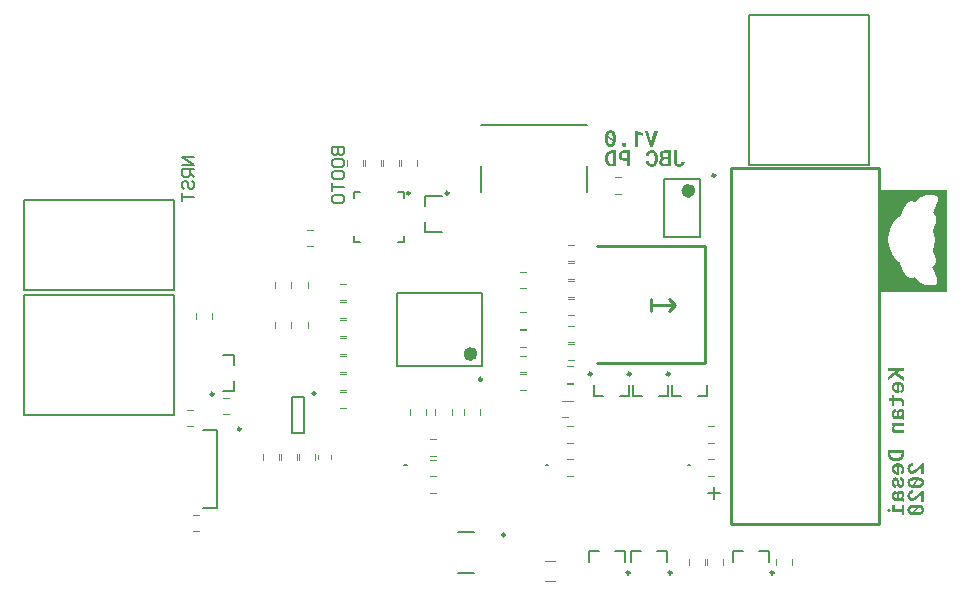
<source format=gbo>
G04*
G04 #@! TF.GenerationSoftware,Altium Limited,Altium Designer,20.1.12 (249)*
G04*
G04 Layer_Color=32896*
%FSLAX25Y25*%
%MOIN*%
G70*
G04*
G04 #@! TF.SameCoordinates,5D91F948-5D34-48A5-82E7-886A0B8BAD73*
G04*
G04*
G04 #@! TF.FilePolarity,Positive*
G04*
G01*
G75*
%ADD10C,0.01000*%
%ADD90C,0.00984*%
%ADD91C,0.02362*%
%ADD92C,0.00787*%
%ADD93C,0.00394*%
%ADD94C,0.00591*%
%ADD95C,0.00500*%
%ADD96C,0.00600*%
G36*
X253055Y134964D02*
X253115D01*
X253174D01*
X253234D01*
X253294D01*
X253353D01*
X253413D01*
X253472D01*
X253532D01*
X253592D01*
X253651D01*
X253711D01*
X253771D01*
X253830D01*
X253890D01*
X253949D01*
X254009D01*
X254069D01*
X254128D01*
X254188D01*
X254247D01*
X254307D01*
X254367D01*
X254426D01*
X254486D01*
X254546D01*
X254605D01*
X254665D01*
X254724D01*
X254784D01*
X254844D01*
X254903D01*
X254963D01*
X255023D01*
X255082D01*
X255142D01*
X255201D01*
X255261D01*
X255321D01*
X255380D01*
X255440D01*
X255500D01*
X255559D01*
X255619D01*
X255678D01*
X255738D01*
X255798D01*
X255857D01*
X255917D01*
X255976D01*
X256036D01*
X256096D01*
X256155D01*
X256215D01*
X256275D01*
X256334D01*
X256394D01*
X256453D01*
X256513D01*
X256573D01*
X256632D01*
X256692D01*
X256751D01*
X256811D01*
X256871D01*
X256930D01*
X256990D01*
X257049D01*
X257109D01*
X257169D01*
X257228D01*
X257288D01*
X257348D01*
X257407D01*
X257467D01*
X257526D01*
X257586D01*
X257646D01*
X257705D01*
X257765D01*
X257824D01*
X257884D01*
X257944D01*
X258003D01*
X258063D01*
X258123D01*
X258182D01*
X258242D01*
X258301D01*
X258361D01*
X258421D01*
X258480D01*
X258540D01*
X258600D01*
X258659D01*
X258719D01*
X258778D01*
X258838D01*
X258898D01*
X258957D01*
X259017D01*
X259076D01*
X259136D01*
X259196D01*
X259255D01*
X259315D01*
X259375D01*
X259434D01*
X259494D01*
X259554D01*
X259613D01*
X259673D01*
X259732D01*
X259792D01*
X259852D01*
X259911D01*
X259971D01*
X260030D01*
X260090D01*
X260150D01*
X260209D01*
X260269D01*
X260329D01*
X260388D01*
X260448D01*
X260507D01*
X260567D01*
X260627D01*
X260686D01*
X260746D01*
X260805D01*
X260865D01*
X260925D01*
X260984D01*
X261044D01*
X261104D01*
X261163D01*
X261223D01*
X261282D01*
X261342D01*
X261402D01*
X261461D01*
X261521D01*
X261580D01*
X261640D01*
X261700D01*
X261759D01*
X261819D01*
X261878D01*
X261938D01*
X261998D01*
X262057D01*
X262117D01*
X262177D01*
X262236D01*
X262296D01*
X262355D01*
X262415D01*
X262475D01*
X262534D01*
X262594D01*
X262653D01*
X262713D01*
X262773D01*
X262832D01*
X262892D01*
X262952D01*
X263011D01*
X263071D01*
X263130D01*
X263190D01*
X263250D01*
X263309D01*
X263369D01*
X263429D01*
X263488D01*
X263548D01*
X263607D01*
X263667D01*
X263727D01*
X263786D01*
X263846D01*
X263906D01*
X263965D01*
X264025D01*
X264084D01*
X264144D01*
X264204D01*
X264263D01*
X264323D01*
X264383D01*
X264442D01*
X264502D01*
X264561D01*
X264621D01*
X264681D01*
X264740D01*
X264800D01*
X264859D01*
X264919D01*
X264979D01*
X265038D01*
X265098D01*
X265158D01*
X265217D01*
X265277D01*
X265336D01*
X265396D01*
X265456D01*
X265515D01*
X265575D01*
X265634D01*
X265694D01*
X265754D01*
X265813D01*
X265873D01*
X265932D01*
X265992D01*
X266052D01*
X266111D01*
X266171D01*
X266231D01*
X266290D01*
X266350D01*
X266409D01*
X266469D01*
X266529D01*
X266588D01*
X266648D01*
X266707D01*
X266767D01*
X266827D01*
X266886D01*
X266946D01*
X267006D01*
X267065D01*
X267125D01*
X267184D01*
X267244D01*
X267304D01*
X267363D01*
X267423D01*
X267483D01*
X267542D01*
X267602D01*
X267661D01*
X267721D01*
X267781D01*
X267840D01*
X267900D01*
X267959D01*
X268019D01*
X268079D01*
X268138D01*
X268198D01*
X268258D01*
X268317D01*
X268377D01*
X268436D01*
X268496D01*
X268556D01*
X268615D01*
X268675D01*
X268735D01*
X268794D01*
X268854D01*
X268913D01*
X268973D01*
X269033D01*
X269092D01*
X269152D01*
X269212D01*
X269271D01*
X269331D01*
X269390D01*
X269450D01*
X269510D01*
X269569D01*
X269629D01*
X269688D01*
X269748D01*
X269808D01*
X269867D01*
X269927D01*
X269987D01*
X270046D01*
X270106D01*
X270165D01*
X270225D01*
X270285D01*
X270344D01*
X270404D01*
X270463D01*
X270523D01*
X270583D01*
X270642D01*
X270702D01*
X270761D01*
X270821D01*
X270881D01*
X270940D01*
X271000D01*
X271060D01*
X271119D01*
X271179D01*
X271238D01*
X271298D01*
X271358D01*
X271417D01*
X271477D01*
X271537D01*
X271596D01*
X271656D01*
X271715D01*
X271775D01*
X271835D01*
X271894D01*
X271954D01*
X272013D01*
X272073D01*
X272133D01*
X272192D01*
X272252D01*
X272312D01*
X272371D01*
X272431D01*
X272490D01*
X272550D01*
X272610D01*
X272669D01*
X272729D01*
X272789D01*
X272848D01*
X272908D01*
X272967D01*
X273027D01*
X273087D01*
X273146D01*
X273206D01*
X273266D01*
X273325D01*
X273385D01*
X273444D01*
X273504D01*
X273564D01*
X273623D01*
X273683D01*
X273742D01*
X273802D01*
X273862D01*
X273921D01*
X273981D01*
X274041D01*
X274100D01*
X274160D01*
X274219D01*
X274279D01*
X274339D01*
X274398D01*
X274458D01*
X274517D01*
X274577D01*
X274637D01*
X274696D01*
X274756D01*
X274816D01*
X274875D01*
X274935D01*
X274994D01*
X275054D01*
X275114D01*
X275173D01*
X275233D01*
X275292D01*
X275352D01*
X275412D01*
X275471D01*
X275531D01*
Y100803D01*
X275471D01*
X275412D01*
X275352D01*
X275292D01*
X275233D01*
X275173D01*
X275114D01*
X275054D01*
X274994D01*
X274935D01*
X274875D01*
X274816D01*
X274756D01*
X274696D01*
X274637D01*
X274577D01*
X274517D01*
X274458D01*
X274398D01*
X274339D01*
X274279D01*
X274219D01*
X274160D01*
X274100D01*
X274041D01*
X273981D01*
X273921D01*
X273862D01*
X273802D01*
X273742D01*
X273683D01*
X273623D01*
X273564D01*
X273504D01*
X273444D01*
X273385D01*
X273325D01*
X273266D01*
X273206D01*
X273146D01*
X273087D01*
X273027D01*
X272967D01*
X272908D01*
X272848D01*
X272789D01*
X272729D01*
X272669D01*
X272610D01*
X272550D01*
X272490D01*
X272431D01*
X272371D01*
X272312D01*
X272252D01*
X272192D01*
X272133D01*
X272073D01*
X272013D01*
X271954D01*
X271894D01*
X271835D01*
X271775D01*
X271715D01*
X271656D01*
X271596D01*
X271537D01*
X271477D01*
X271417D01*
X271358D01*
X271298D01*
X271238D01*
X271179D01*
X271119D01*
X271060D01*
X271000D01*
X270940D01*
X270881D01*
X270821D01*
X270761D01*
X270702D01*
X270642D01*
X270583D01*
X270523D01*
X270463D01*
X270404D01*
X270344D01*
X270285D01*
X270225D01*
X270165D01*
X270106D01*
X270046D01*
X269987D01*
X269927D01*
X269867D01*
X269808D01*
X269748D01*
X269688D01*
X269629D01*
X269569D01*
X269510D01*
X269450D01*
X269390D01*
X269331D01*
X269271D01*
X269212D01*
X269152D01*
X269092D01*
X269033D01*
X268973D01*
X268913D01*
X268854D01*
X268794D01*
X268735D01*
X268675D01*
X268615D01*
X268556D01*
X268496D01*
X268436D01*
X268377D01*
X268317D01*
X268258D01*
X268198D01*
X268138D01*
X268079D01*
X268019D01*
X267959D01*
X267900D01*
X267840D01*
X267781D01*
X267721D01*
X267661D01*
X267602D01*
X267542D01*
X267483D01*
X267423D01*
X267363D01*
X267304D01*
X267244D01*
X267184D01*
X267125D01*
X267065D01*
X267006D01*
X266946D01*
X266886D01*
X266827D01*
X266767D01*
X266707D01*
X266648D01*
X266588D01*
X266529D01*
X266469D01*
X266409D01*
X266350D01*
X266290D01*
X266231D01*
X266171D01*
X266111D01*
X266052D01*
X265992D01*
X265932D01*
X265873D01*
X265813D01*
X265754D01*
X265694D01*
X265634D01*
X265575D01*
X265515D01*
X265456D01*
X265396D01*
X265336D01*
X265277D01*
X265217D01*
X265158D01*
X265098D01*
X265038D01*
X264979D01*
X264919D01*
X264859D01*
X264800D01*
X264740D01*
X264681D01*
X264621D01*
X264561D01*
X264502D01*
X264442D01*
X264383D01*
X264323D01*
X264263D01*
X264204D01*
X264144D01*
X264084D01*
X264025D01*
X263965D01*
X263906D01*
X263846D01*
X263786D01*
X263727D01*
X263667D01*
X263607D01*
X263548D01*
X263488D01*
X263429D01*
X263369D01*
X263309D01*
X263250D01*
X263190D01*
X263130D01*
X263071D01*
X263011D01*
X262952D01*
X262892D01*
X262832D01*
X262773D01*
X262713D01*
X262653D01*
X262594D01*
X262534D01*
X262475D01*
X262415D01*
X262355D01*
X262296D01*
X262236D01*
X262177D01*
X262117D01*
X262057D01*
X261998D01*
X261938D01*
X261878D01*
X261819D01*
X261759D01*
X261700D01*
X261640D01*
X261580D01*
X261521D01*
X261461D01*
X261402D01*
X261342D01*
X261282D01*
X261223D01*
X261163D01*
X261104D01*
X261044D01*
X260984D01*
X260925D01*
X260865D01*
X260805D01*
X260746D01*
X260686D01*
X260627D01*
X260567D01*
X260507D01*
X260448D01*
X260388D01*
X260329D01*
X260269D01*
X260209D01*
X260150D01*
X260090D01*
X260030D01*
X259971D01*
X259911D01*
X259852D01*
X259792D01*
X259732D01*
X259673D01*
X259613D01*
X259554D01*
X259494D01*
X259434D01*
X259375D01*
X259315D01*
X259255D01*
X259196D01*
X259136D01*
X259076D01*
X259017D01*
X258957D01*
X258898D01*
X258838D01*
X258778D01*
X258719D01*
X258659D01*
X258600D01*
X258540D01*
X258480D01*
X258421D01*
X258361D01*
X258301D01*
X258242D01*
X258182D01*
X258123D01*
X258063D01*
X258003D01*
X257944D01*
X257884D01*
X257824D01*
X257765D01*
X257705D01*
X257646D01*
X257586D01*
X257526D01*
X257467D01*
X257407D01*
X257348D01*
X257288D01*
X257228D01*
X257169D01*
X257109D01*
X257049D01*
X256990D01*
X256930D01*
X256871D01*
X256811D01*
X256751D01*
X256692D01*
X256632D01*
X256573D01*
X256513D01*
X256453D01*
X256394D01*
X256334D01*
X256275D01*
X256215D01*
X256155D01*
X256096D01*
X256036D01*
X255976D01*
X255917D01*
X255857D01*
X255798D01*
X255738D01*
X255678D01*
X255619D01*
X255559D01*
X255500D01*
X255440D01*
X255380D01*
X255321D01*
X255261D01*
X255201D01*
X255142D01*
X255082D01*
X255023D01*
X254963D01*
X254903D01*
X254844D01*
X254784D01*
X254724D01*
X254665D01*
X254605D01*
X254546D01*
X254486D01*
X254426D01*
X254367D01*
X254307D01*
X254247D01*
X254188D01*
X254128D01*
X254069D01*
X254009D01*
X253949D01*
X253890D01*
X253830D01*
X253771D01*
X253711D01*
X253651D01*
X253592D01*
X253532D01*
X253472D01*
X253413D01*
X253353D01*
X253294D01*
X253234D01*
X253174D01*
X253115D01*
X253055D01*
X252995D01*
Y134964D01*
X253055D01*
D02*
G37*
G36*
X261034Y74536D02*
X259453D01*
X258824Y73972D01*
X261034Y72640D01*
Y71400D01*
X258037Y73278D01*
X255651Y71465D01*
Y72742D01*
X257464Y74046D01*
X258121Y74536D01*
X255651D01*
Y75581D01*
X261034D01*
Y74536D01*
D02*
G37*
G36*
X259323Y71095D02*
X259462Y71077D01*
X259591Y71058D01*
X259702Y71030D01*
X259804Y71003D01*
X259869Y70975D01*
X259915Y70965D01*
X259934Y70956D01*
X260063Y70891D01*
X260174Y70827D01*
X260285Y70762D01*
X260378Y70688D01*
X260452Y70633D01*
X260507Y70586D01*
X260544Y70549D01*
X260553Y70540D01*
X260646Y70438D01*
X260729Y70327D01*
X260794Y70216D01*
X260849Y70114D01*
X260896Y70022D01*
X260933Y69957D01*
X260951Y69911D01*
X260960Y69893D01*
X261007Y69745D01*
X261044Y69597D01*
X261071Y69458D01*
X261090Y69328D01*
X261099Y69217D01*
X261108Y69125D01*
Y69051D01*
X261099Y68838D01*
X261090Y68746D01*
X261071Y68662D01*
X261062Y68598D01*
X261053Y68551D01*
X261044Y68514D01*
Y68505D01*
X260997Y68320D01*
X260970Y68246D01*
X260942Y68172D01*
X260923Y68116D01*
X260905Y68080D01*
X260886Y68052D01*
Y68043D01*
X260803Y67895D01*
X260766Y67839D01*
X260729Y67784D01*
X260701Y67737D01*
X260674Y67710D01*
X260664Y67691D01*
X260655Y67682D01*
X260563Y67571D01*
X260470Y67497D01*
X260433Y67460D01*
X260415Y67441D01*
X260396Y67423D01*
X260387D01*
X259832Y67941D01*
X259906Y68006D01*
X259971Y68070D01*
X260017Y68126D01*
X260035Y68135D01*
Y68144D01*
X260091Y68237D01*
X260137Y68320D01*
X260156Y68357D01*
X260165Y68375D01*
X260174Y68394D01*
Y68403D01*
X260211Y68505D01*
X260239Y68598D01*
X260248Y68635D01*
Y68662D01*
X260257Y68681D01*
Y68690D01*
X260276Y68801D01*
X260285Y68894D01*
Y68986D01*
X260276Y69143D01*
X260267Y69208D01*
X260248Y69273D01*
X260239Y69319D01*
X260230Y69356D01*
X260220Y69384D01*
Y69393D01*
X260165Y69513D01*
X260100Y69615D01*
X260072Y69652D01*
X260054Y69680D01*
X260045Y69698D01*
X260035Y69708D01*
X259943Y69800D01*
X259850Y69874D01*
X259804Y69902D01*
X259776Y69920D01*
X259758Y69939D01*
X259749D01*
X259619Y69994D01*
X259490Y70031D01*
X259443Y70041D01*
X259406Y70050D01*
X259379Y70059D01*
X259369D01*
Y67339D01*
X258935D01*
X258768Y67349D01*
X258620Y67358D01*
X258481Y67377D01*
X258361Y67404D01*
X258269Y67432D01*
X258195Y67450D01*
X258148Y67460D01*
X258130Y67469D01*
X258000Y67515D01*
X257880Y67580D01*
X257778Y67636D01*
X257686Y67691D01*
X257612Y67747D01*
X257556Y67793D01*
X257519Y67821D01*
X257510Y67830D01*
X257418Y67922D01*
X257334Y68015D01*
X257270Y68116D01*
X257214Y68200D01*
X257168Y68283D01*
X257140Y68348D01*
X257122Y68385D01*
X257112Y68403D01*
X257066Y68533D01*
X257029Y68662D01*
X257001Y68792D01*
X256983Y68912D01*
X256974Y69014D01*
X256964Y69097D01*
Y69171D01*
X256974Y69319D01*
X256992Y69467D01*
X257011Y69597D01*
X257038Y69717D01*
X257075Y69809D01*
X257094Y69883D01*
X257112Y69929D01*
X257122Y69948D01*
X257186Y70078D01*
X257251Y70188D01*
X257325Y70300D01*
X257390Y70383D01*
X257455Y70457D01*
X257501Y70512D01*
X257538Y70549D01*
X257547Y70559D01*
X257649Y70651D01*
X257760Y70734D01*
X257871Y70799D01*
X257973Y70855D01*
X258056Y70901D01*
X258130Y70938D01*
X258176Y70956D01*
X258195Y70965D01*
X258343Y71012D01*
X258481Y71049D01*
X258620Y71067D01*
X258750Y71086D01*
X258861Y71095D01*
X258953Y71104D01*
X259009D01*
X259018D01*
X259027D01*
X259175D01*
X259323Y71095D01*
D02*
G37*
G36*
X257797Y65591D02*
X259619D01*
X259758Y65582D01*
X259887Y65573D01*
X260008Y65554D01*
X260100Y65536D01*
X260183Y65517D01*
X260239Y65508D01*
X260285Y65490D01*
X260294D01*
X260396Y65443D01*
X260489Y65397D01*
X260572Y65351D01*
X260637Y65304D01*
X260692Y65268D01*
X260729Y65231D01*
X260757Y65212D01*
X260766Y65203D01*
X260877Y65046D01*
X260960Y64898D01*
X260988Y64833D01*
X261007Y64786D01*
X261025Y64749D01*
Y64740D01*
X261071Y64537D01*
X261090Y64435D01*
X261099Y64343D01*
Y64259D01*
X261108Y64195D01*
Y64019D01*
X261099Y63908D01*
Y63862D01*
X261090Y63824D01*
Y63797D01*
X261071Y63667D01*
X261062Y63565D01*
X261053Y63519D01*
X261044Y63491D01*
Y63464D01*
X261025Y63344D01*
X261007Y63242D01*
X260997Y63205D01*
X260988Y63177D01*
X260979Y63159D01*
Y63149D01*
X260942Y63048D01*
X260905Y62964D01*
X260877Y62918D01*
X260868Y62900D01*
X260165Y63001D01*
X260174Y63057D01*
X260193Y63112D01*
X260202Y63149D01*
Y63168D01*
X260211Y63242D01*
X260230Y63307D01*
X260239Y63362D01*
Y63381D01*
X260248Y63464D01*
X260257Y63538D01*
X260267Y63603D01*
Y63621D01*
X260276Y63704D01*
Y63852D01*
X260267Y63973D01*
X260257Y64065D01*
X260248Y64102D01*
Y64121D01*
X260239Y64139D01*
Y64148D01*
X260202Y64241D01*
X260165Y64306D01*
X260128Y64352D01*
X260119Y64370D01*
X260045Y64435D01*
X259961Y64481D01*
X259906Y64509D01*
X259887Y64518D01*
X259878D01*
X259758Y64546D01*
X259638Y64555D01*
X259591Y64565D01*
X259554D01*
X259527D01*
X259517D01*
X257797D01*
Y63075D01*
X257038D01*
Y64565D01*
X256058D01*
Y65591D01*
X257038D01*
Y66507D01*
X257797D01*
Y65591D01*
D02*
G37*
G36*
X260008Y62002D02*
X260100Y61993D01*
X260183Y61975D01*
X260248Y61956D01*
X260313Y61937D01*
X260359Y61928D01*
X260387Y61910D01*
X260396D01*
X260544Y61817D01*
X260609Y61771D01*
X260664Y61716D01*
X260711Y61678D01*
X260748Y61642D01*
X260766Y61623D01*
X260775Y61614D01*
X260877Y61466D01*
X260960Y61327D01*
X260988Y61272D01*
X261007Y61216D01*
X261025Y61188D01*
Y61179D01*
X261071Y60975D01*
X261090Y60883D01*
X261099Y60790D01*
Y60716D01*
X261108Y60661D01*
Y60606D01*
X261099Y60476D01*
X261090Y60365D01*
X261081Y60319D01*
Y60291D01*
X261071Y60273D01*
Y60263D01*
X261044Y60143D01*
X261007Y60050D01*
X260997Y60014D01*
X260988Y59986D01*
X260979Y59977D01*
Y59967D01*
X260933Y59865D01*
X260886Y59791D01*
X260849Y59736D01*
X260840Y59727D01*
Y59718D01*
X260775Y59634D01*
X260720Y59570D01*
X260683Y59533D01*
X260664Y59514D01*
X260738Y59496D01*
X260803Y59486D01*
X260849Y59477D01*
X260868D01*
X260933Y59459D01*
X260988Y59431D01*
X261025Y59422D01*
X261034Y59412D01*
Y58367D01*
X260979D01*
X260859Y58413D01*
X260738Y58450D01*
X260692Y58469D01*
X260655Y58478D01*
X260627Y58487D01*
X260618D01*
X260535Y58497D01*
X260442Y58506D01*
X260359Y58515D01*
X260267D01*
X260193Y58524D01*
X260137D01*
X260100D01*
X260082D01*
X258361D01*
X258241Y58534D01*
X258121Y58543D01*
X258019Y58561D01*
X257936Y58589D01*
X257862Y58617D01*
X257806Y58635D01*
X257769Y58645D01*
X257760Y58654D01*
X257667Y58709D01*
X257575Y58765D01*
X257501Y58820D01*
X257436Y58885D01*
X257390Y58931D01*
X257344Y58978D01*
X257325Y59005D01*
X257316Y59014D01*
X257205Y59200D01*
X257159Y59292D01*
X257122Y59375D01*
X257094Y59449D01*
X257075Y59505D01*
X257057Y59542D01*
Y59560D01*
X257001Y59791D01*
X256983Y59912D01*
X256974Y60014D01*
X256964Y60106D01*
Y60384D01*
X256983Y60513D01*
X256992Y60633D01*
X257011Y60744D01*
X257029Y60827D01*
X257048Y60892D01*
X257057Y60929D01*
X257066Y60948D01*
X257103Y61059D01*
X257149Y61161D01*
X257196Y61253D01*
X257242Y61336D01*
X257279Y61401D01*
X257316Y61447D01*
X257334Y61475D01*
X257344Y61484D01*
X257408Y61558D01*
X257473Y61623D01*
X257538Y61678D01*
X257603Y61725D01*
X257658Y61762D01*
X257704Y61790D01*
X257732Y61799D01*
X257741Y61808D01*
X257825Y61845D01*
X257917Y61873D01*
X258000Y61891D01*
X258074Y61901D01*
X258139Y61910D01*
X258185Y61919D01*
X258222D01*
X258232D01*
Y60892D01*
X258148Y60883D01*
X258074Y60874D01*
X258019Y60846D01*
X257963Y60818D01*
X257926Y60800D01*
X257899Y60772D01*
X257880Y60763D01*
X257871Y60754D01*
X257825Y60689D01*
X257788Y60615D01*
X257769Y60541D01*
X257751Y60467D01*
X257741Y60402D01*
X257732Y60347D01*
Y60291D01*
X257741Y60162D01*
X257760Y60050D01*
X257788Y59958D01*
X257815Y59884D01*
X257843Y59819D01*
X257871Y59782D01*
X257889Y59755D01*
X257899Y59745D01*
X257963Y59681D01*
X258037Y59634D01*
X258121Y59597D01*
X258195Y59579D01*
X258259Y59560D01*
X258315Y59551D01*
X258352D01*
X258361D01*
X258592D01*
Y60291D01*
X258611Y60458D01*
X258620Y60606D01*
X258648Y60744D01*
X258676Y60874D01*
X258703Y60985D01*
X258731Y61096D01*
X258768Y61188D01*
X258805Y61272D01*
X258833Y61336D01*
X258861Y61401D01*
X258888Y61447D01*
X258907Y61494D01*
X258925Y61521D01*
X258944Y61531D01*
Y61540D01*
X259009Y61623D01*
X259083Y61697D01*
X259157Y61762D01*
X259240Y61808D01*
X259397Y61901D01*
X259554Y61956D01*
X259702Y61984D01*
X259758Y61993D01*
X259813Y62002D01*
X259850Y62011D01*
X259887D01*
X259906D01*
X259915D01*
X260008Y62002D01*
D02*
G37*
G36*
X261034Y56341D02*
X258195D01*
X258074Y56239D01*
X257982Y56147D01*
X257954Y56101D01*
X257926Y56064D01*
X257908Y56045D01*
Y56036D01*
X257871Y55962D01*
X257843Y55888D01*
X257806Y55740D01*
Y55685D01*
X257797Y55638D01*
Y55592D01*
X257806Y55472D01*
X257815Y55370D01*
X257825Y55333D01*
Y55305D01*
X257834Y55287D01*
Y55278D01*
X257871Y55176D01*
X257908Y55102D01*
X257945Y55056D01*
X257963Y55037D01*
X258037Y54972D01*
X258111Y54917D01*
X258148Y54898D01*
X258176Y54889D01*
X258195Y54880D01*
X258204D01*
X258324Y54843D01*
X258454Y54834D01*
X258509Y54824D01*
X258555D01*
X258583D01*
X258592D01*
X261034D01*
Y53798D01*
X258574D01*
X258417D01*
X258278Y53816D01*
X258148Y53825D01*
X258037Y53844D01*
X257954Y53862D01*
X257889Y53881D01*
X257843Y53890D01*
X257834Y53899D01*
X257723Y53936D01*
X257630Y53983D01*
X257538Y54038D01*
X257473Y54084D01*
X257408Y54121D01*
X257371Y54158D01*
X257344Y54177D01*
X257334Y54186D01*
X257270Y54251D01*
X257205Y54325D01*
X257159Y54399D01*
X257122Y54473D01*
X257094Y54528D01*
X257075Y54575D01*
X257057Y54611D01*
Y54621D01*
X257001Y54815D01*
X256983Y54908D01*
X256974Y54991D01*
X256964Y55065D01*
Y55176D01*
X256974Y55314D01*
X256992Y55435D01*
X257020Y55555D01*
X257048Y55648D01*
X257075Y55731D01*
X257103Y55796D01*
X257122Y55833D01*
X257131Y55851D01*
X257196Y55962D01*
X257270Y56064D01*
X257344Y56156D01*
X257418Y56230D01*
X257492Y56295D01*
X257547Y56341D01*
X257584Y56369D01*
X257593Y56378D01*
X257038Y56434D01*
Y57368D01*
X261034D01*
Y56341D01*
D02*
G37*
G36*
Y46897D02*
X261025Y46712D01*
X261007Y46536D01*
X260979Y46379D01*
X260942Y46240D01*
X260914Y46120D01*
X260886Y46037D01*
X260868Y45981D01*
X260859Y45963D01*
X260785Y45805D01*
X260701Y45667D01*
X260618Y45547D01*
X260535Y45436D01*
X260461Y45352D01*
X260405Y45287D01*
X260368Y45241D01*
X260350Y45232D01*
X260220Y45121D01*
X260091Y45029D01*
X259961Y44945D01*
X259841Y44881D01*
X259730Y44825D01*
X259647Y44788D01*
X259591Y44769D01*
X259582Y44760D01*
X259573D01*
X259397Y44705D01*
X259221Y44668D01*
X259055Y44631D01*
X258907Y44612D01*
X258768Y44603D01*
X258666Y44594D01*
X258629D01*
X258602D01*
X258583D01*
X258574D01*
X258130D01*
X257926Y44603D01*
X257741Y44622D01*
X257575Y44649D01*
X257427Y44677D01*
X257307Y44705D01*
X257214Y44732D01*
X257177Y44742D01*
X257149Y44751D01*
X257140Y44760D01*
X257131D01*
X256964Y44825D01*
X256816Y44908D01*
X256687Y44982D01*
X256576Y45066D01*
X256483Y45130D01*
X256409Y45186D01*
X256372Y45223D01*
X256354Y45241D01*
X256234Y45362D01*
X256132Y45482D01*
X256039Y45611D01*
X255965Y45722D01*
X255910Y45824D01*
X255873Y45907D01*
X255845Y45963D01*
X255836Y45972D01*
Y45981D01*
X255771Y46148D01*
X255725Y46314D01*
X255697Y46481D01*
X255669Y46629D01*
X255660Y46758D01*
X255651Y46860D01*
Y48349D01*
X261034D01*
Y46897D01*
D02*
G37*
G36*
X263943Y42938D02*
X263794Y42929D01*
X263656Y42910D01*
X263545Y42873D01*
X263452Y42836D01*
X263378Y42799D01*
X263332Y42762D01*
X263295Y42744D01*
X263286Y42735D01*
X263203Y42642D01*
X263147Y42540D01*
X263101Y42439D01*
X263073Y42337D01*
X263054Y42244D01*
X263045Y42170D01*
Y42096D01*
X263054Y41985D01*
X263073Y41893D01*
X263082Y41856D01*
X263091Y41828D01*
X263101Y41819D01*
Y41810D01*
X263147Y41717D01*
X263193Y41643D01*
X263230Y41597D01*
X263240Y41578D01*
X263249D01*
X263323Y41513D01*
X263406Y41477D01*
X263461Y41449D01*
X263480Y41440D01*
X263489D01*
X263600Y41403D01*
X263702Y41393D01*
X263739Y41384D01*
X263776D01*
X263794D01*
X263804D01*
X263896Y41393D01*
X263980Y41403D01*
X264044Y41412D01*
X264054Y41421D01*
X264063D01*
X264164Y41458D01*
X264248Y41495D01*
X264285Y41523D01*
X264313Y41532D01*
X264331Y41550D01*
X264340D01*
X264451Y41625D01*
X264562Y41689D01*
X264609Y41726D01*
X264646Y41745D01*
X264664Y41763D01*
X264673Y41773D01*
X264812Y41884D01*
X264942Y41995D01*
X264988Y42041D01*
X265034Y42078D01*
X265062Y42105D01*
X265071Y42115D01*
X266949Y43863D01*
X267642D01*
Y40181D01*
X266819D01*
Y42549D01*
X265746Y41532D01*
X265552Y41347D01*
X265469Y41273D01*
X265395Y41199D01*
X265330Y41144D01*
X265275Y41097D01*
X265247Y41069D01*
X265237Y41060D01*
X265053Y40912D01*
X264979Y40848D01*
X264904Y40792D01*
X264840Y40755D01*
X264793Y40718D01*
X264766Y40699D01*
X264756Y40690D01*
X264581Y40589D01*
X264497Y40542D01*
X264423Y40515D01*
X264368Y40487D01*
X264313Y40468D01*
X264285Y40450D01*
X264276D01*
X264090Y40404D01*
X264007Y40385D01*
X263924Y40376D01*
X263859Y40367D01*
X263813D01*
X263776D01*
X263767D01*
X263637D01*
X263517Y40385D01*
X263406Y40404D01*
X263314Y40422D01*
X263240Y40441D01*
X263175Y40459D01*
X263138Y40468D01*
X263128Y40478D01*
X263018Y40524D01*
X262925Y40570D01*
X262842Y40626D01*
X262768Y40681D01*
X262712Y40727D01*
X262666Y40764D01*
X262638Y40792D01*
X262629Y40801D01*
X262555Y40885D01*
X262490Y40977D01*
X262435Y41060D01*
X262388Y41153D01*
X262351Y41227D01*
X262324Y41282D01*
X262315Y41319D01*
X262305Y41338D01*
X262268Y41458D01*
X262231Y41578D01*
X262213Y41708D01*
X262204Y41819D01*
X262194Y41911D01*
X262185Y41995D01*
Y42059D01*
X262194Y42217D01*
X262204Y42365D01*
X262231Y42503D01*
X262250Y42614D01*
X262278Y42707D01*
X262305Y42781D01*
X262315Y42827D01*
X262324Y42845D01*
X262379Y42975D01*
X262444Y43086D01*
X262509Y43188D01*
X262564Y43280D01*
X262620Y43345D01*
X262666Y43400D01*
X262694Y43437D01*
X262703Y43447D01*
X262795Y43539D01*
X262888Y43613D01*
X262990Y43678D01*
X263073Y43734D01*
X263156Y43780D01*
X263212Y43808D01*
X263249Y43826D01*
X263267Y43835D01*
X263387Y43881D01*
X263508Y43909D01*
X263619Y43937D01*
X263720Y43946D01*
X263813Y43955D01*
X263878Y43965D01*
X263924D01*
X263943D01*
Y42938D01*
D02*
G37*
G36*
X259323Y43845D02*
X259462Y43826D01*
X259591Y43808D01*
X259702Y43780D01*
X259804Y43752D01*
X259869Y43724D01*
X259915Y43715D01*
X259934Y43706D01*
X260063Y43641D01*
X260174Y43576D01*
X260285Y43512D01*
X260378Y43437D01*
X260452Y43382D01*
X260507Y43336D01*
X260544Y43299D01*
X260553Y43290D01*
X260646Y43188D01*
X260729Y43077D01*
X260794Y42966D01*
X260849Y42864D01*
X260896Y42772D01*
X260933Y42707D01*
X260951Y42661D01*
X260960Y42642D01*
X261007Y42494D01*
X261044Y42346D01*
X261071Y42207D01*
X261090Y42078D01*
X261099Y41967D01*
X261108Y41874D01*
Y41800D01*
X261099Y41587D01*
X261090Y41495D01*
X261071Y41412D01*
X261062Y41347D01*
X261053Y41301D01*
X261044Y41264D01*
Y41255D01*
X260997Y41069D01*
X260970Y40995D01*
X260942Y40922D01*
X260923Y40866D01*
X260905Y40829D01*
X260886Y40801D01*
Y40792D01*
X260803Y40644D01*
X260766Y40589D01*
X260729Y40533D01*
X260701Y40487D01*
X260674Y40459D01*
X260664Y40441D01*
X260655Y40431D01*
X260563Y40320D01*
X260470Y40246D01*
X260433Y40209D01*
X260415Y40191D01*
X260396Y40172D01*
X260387D01*
X259832Y40690D01*
X259906Y40755D01*
X259971Y40820D01*
X260017Y40875D01*
X260035Y40885D01*
Y40894D01*
X260091Y40986D01*
X260137Y41069D01*
X260156Y41107D01*
X260165Y41125D01*
X260174Y41144D01*
Y41153D01*
X260211Y41255D01*
X260239Y41347D01*
X260248Y41384D01*
Y41412D01*
X260257Y41430D01*
Y41440D01*
X260276Y41550D01*
X260285Y41643D01*
Y41736D01*
X260276Y41893D01*
X260267Y41958D01*
X260248Y42022D01*
X260239Y42068D01*
X260230Y42105D01*
X260220Y42133D01*
Y42143D01*
X260165Y42263D01*
X260100Y42365D01*
X260072Y42401D01*
X260054Y42429D01*
X260045Y42448D01*
X260035Y42457D01*
X259943Y42549D01*
X259850Y42624D01*
X259804Y42651D01*
X259776Y42670D01*
X259758Y42688D01*
X259749D01*
X259619Y42744D01*
X259490Y42781D01*
X259443Y42790D01*
X259406Y42799D01*
X259379Y42809D01*
X259369D01*
Y40089D01*
X258935D01*
X258768Y40098D01*
X258620Y40108D01*
X258481Y40126D01*
X258361Y40154D01*
X258269Y40181D01*
X258195Y40200D01*
X258148Y40209D01*
X258130Y40218D01*
X258000Y40265D01*
X257880Y40330D01*
X257778Y40385D01*
X257686Y40441D01*
X257612Y40496D01*
X257556Y40542D01*
X257519Y40570D01*
X257510Y40579D01*
X257418Y40672D01*
X257334Y40764D01*
X257270Y40866D01*
X257214Y40949D01*
X257168Y41032D01*
X257140Y41097D01*
X257122Y41134D01*
X257112Y41153D01*
X257066Y41282D01*
X257029Y41412D01*
X257001Y41541D01*
X256983Y41662D01*
X256974Y41763D01*
X256964Y41847D01*
Y41921D01*
X256974Y42068D01*
X256992Y42217D01*
X257011Y42346D01*
X257038Y42466D01*
X257075Y42559D01*
X257094Y42633D01*
X257112Y42679D01*
X257122Y42698D01*
X257186Y42827D01*
X257251Y42938D01*
X257325Y43049D01*
X257390Y43132D01*
X257455Y43206D01*
X257501Y43262D01*
X257538Y43299D01*
X257547Y43308D01*
X257649Y43400D01*
X257760Y43484D01*
X257871Y43549D01*
X257973Y43604D01*
X258056Y43650D01*
X258130Y43687D01*
X258176Y43706D01*
X258195Y43715D01*
X258343Y43761D01*
X258481Y43798D01*
X258620Y43817D01*
X258750Y43835D01*
X258861Y43845D01*
X258953Y43854D01*
X259009D01*
X259018D01*
X259027D01*
X259175D01*
X259323Y43845D01*
D02*
G37*
G36*
X259860Y39266D02*
X259952Y39257D01*
X260035Y39238D01*
X260109Y39210D01*
X260165Y39192D01*
X260211Y39173D01*
X260248Y39164D01*
X260257Y39155D01*
X260341Y39109D01*
X260424Y39053D01*
X260498Y38988D01*
X260563Y38933D01*
X260618Y38886D01*
X260655Y38840D01*
X260683Y38813D01*
X260692Y38803D01*
X260757Y38711D01*
X260822Y38609D01*
X260868Y38517D01*
X260914Y38424D01*
X260951Y38341D01*
X260979Y38276D01*
X260988Y38239D01*
X260997Y38221D01*
X261034Y38091D01*
X261062Y37952D01*
X261081Y37813D01*
X261090Y37693D01*
X261099Y37582D01*
X261108Y37499D01*
Y37277D01*
X261099Y37129D01*
X261081Y37009D01*
X261062Y36898D01*
X261053Y36805D01*
X261034Y36731D01*
X261025Y36694D01*
Y36676D01*
X260988Y36555D01*
X260951Y36445D01*
X260905Y36352D01*
X260868Y36269D01*
X260831Y36204D01*
X260803Y36149D01*
X260785Y36121D01*
X260775Y36112D01*
X260711Y36028D01*
X260646Y35954D01*
X260581Y35899D01*
X260516Y35843D01*
X260470Y35806D01*
X260424Y35779D01*
X260396Y35760D01*
X260387Y35751D01*
X260304Y35705D01*
X260220Y35677D01*
X260137Y35649D01*
X260054Y35640D01*
X259989Y35631D01*
X259943Y35621D01*
X259906D01*
X259897D01*
X259795Y35631D01*
X259702Y35640D01*
X259619Y35658D01*
X259545Y35686D01*
X259490Y35714D01*
X259443Y35732D01*
X259416Y35742D01*
X259406Y35751D01*
X259258Y35862D01*
X259203Y35917D01*
X259147Y35973D01*
X259101Y36028D01*
X259073Y36065D01*
X259055Y36093D01*
X259046Y36102D01*
X258944Y36278D01*
X258907Y36371D01*
X258870Y36454D01*
X258842Y36528D01*
X258824Y36583D01*
X258805Y36620D01*
Y36639D01*
X258740Y36879D01*
X258722Y36990D01*
X258694Y37092D01*
X258676Y37185D01*
X258666Y37249D01*
X258657Y37295D01*
Y37314D01*
X258639Y37407D01*
X258629Y37481D01*
X258611Y37555D01*
X258602Y37619D01*
X258592Y37666D01*
X258583Y37703D01*
X258574Y37721D01*
Y37730D01*
X258537Y37841D01*
X258500Y37915D01*
X258472Y37971D01*
X258463Y37980D01*
Y37989D01*
X258417Y38045D01*
X258370Y38091D01*
X258333Y38110D01*
X258324Y38119D01*
X258259Y38137D01*
X258213Y38147D01*
X258176Y38156D01*
X258158D01*
X258084Y38147D01*
X258028Y38128D01*
X257926Y38063D01*
X257889Y38026D01*
X257852Y37999D01*
X257843Y37980D01*
X257834Y37971D01*
X257788Y37897D01*
X257760Y37804D01*
X257723Y37629D01*
X257714Y37545D01*
X257704Y37481D01*
Y37425D01*
X257714Y37295D01*
X257732Y37175D01*
X257751Y37083D01*
X257778Y36999D01*
X257815Y36935D01*
X257834Y36898D01*
X257852Y36870D01*
X257862Y36861D01*
X257926Y36796D01*
X257991Y36750D01*
X258056Y36713D01*
X258111Y36694D01*
X258167Y36676D01*
X258213Y36667D01*
X258241D01*
X258250D01*
Y35640D01*
X258148Y35649D01*
X258056Y35658D01*
X257963Y35677D01*
X257889Y35695D01*
X257825Y35723D01*
X257778Y35742D01*
X257751Y35751D01*
X257741Y35760D01*
X257658Y35806D01*
X257575Y35862D01*
X257510Y35926D01*
X257445Y35982D01*
X257399Y36028D01*
X257362Y36075D01*
X257344Y36102D01*
X257334Y36112D01*
X257270Y36204D01*
X257214Y36297D01*
X257168Y36389D01*
X257131Y36481D01*
X257103Y36555D01*
X257085Y36620D01*
X257066Y36657D01*
Y36676D01*
X257029Y36805D01*
X257011Y36935D01*
X256992Y37055D01*
X256974Y37175D01*
Y37277D01*
X256964Y37351D01*
Y37573D01*
X256983Y37703D01*
X256992Y37832D01*
X257011Y37934D01*
X257029Y38026D01*
X257048Y38091D01*
X257057Y38128D01*
X257066Y38147D01*
X257103Y38258D01*
X257149Y38359D01*
X257196Y38452D01*
X257233Y38535D01*
X257270Y38600D01*
X257307Y38646D01*
X257325Y38674D01*
X257334Y38683D01*
X257399Y38757D01*
X257464Y38831D01*
X257529Y38886D01*
X257593Y38933D01*
X257649Y38979D01*
X257695Y39007D01*
X257723Y39016D01*
X257732Y39025D01*
X257815Y39062D01*
X257899Y39090D01*
X257982Y39118D01*
X258047Y39127D01*
X258111Y39136D01*
X258158Y39145D01*
X258195D01*
X258204D01*
X258296Y39136D01*
X258380Y39127D01*
X258454Y39109D01*
X258528Y39090D01*
X258583Y39072D01*
X258620Y39053D01*
X258648Y39035D01*
X258657D01*
X258796Y38933D01*
X258898Y38831D01*
X258944Y38785D01*
X258972Y38748D01*
X258990Y38720D01*
X258999Y38711D01*
X259101Y38544D01*
X259147Y38461D01*
X259184Y38378D01*
X259212Y38313D01*
X259240Y38258D01*
X259249Y38221D01*
X259258Y38211D01*
X259332Y37989D01*
X259360Y37878D01*
X259388Y37776D01*
X259406Y37693D01*
X259425Y37619D01*
X259434Y37582D01*
Y37564D01*
X259453Y37462D01*
X259471Y37379D01*
X259490Y37295D01*
X259499Y37231D01*
X259517Y37185D01*
X259527Y37138D01*
X259536Y37120D01*
Y37111D01*
X259573Y36990D01*
X259610Y36889D01*
X259619Y36861D01*
X259638Y36833D01*
X259647Y36824D01*
Y36815D01*
X259693Y36741D01*
X259739Y36694D01*
X259776Y36676D01*
X259786Y36667D01*
X259841Y36639D01*
X259887Y36630D01*
X259924Y36620D01*
X259943D01*
X260008Y36630D01*
X260072Y36648D01*
X260128Y36685D01*
X260174Y36722D01*
X260211Y36759D01*
X260239Y36796D01*
X260248Y36815D01*
X260257Y36824D01*
X260294Y36907D01*
X260322Y36999D01*
X260359Y37185D01*
X260368Y37268D01*
X260378Y37332D01*
Y37397D01*
X260368Y37517D01*
X260359Y37619D01*
Y37666D01*
X260350Y37693D01*
Y37721D01*
X260313Y37832D01*
X260276Y37925D01*
X260267Y37962D01*
X260248Y37989D01*
X260239Y37999D01*
Y38008D01*
X260174Y38091D01*
X260119Y38156D01*
X260072Y38193D01*
X260054Y38211D01*
X259961Y38258D01*
X259869Y38276D01*
X259823Y38285D01*
X259795Y38295D01*
X259776D01*
X259767D01*
Y39275D01*
X259860Y39266D01*
D02*
G37*
G36*
X265783Y39155D02*
X265959Y39145D01*
X266116Y39127D01*
X266246Y39099D01*
X266357Y39081D01*
X266440Y39062D01*
X266495Y39053D01*
X266505Y39044D01*
X266514D01*
X266653Y38988D01*
X266782Y38933D01*
X266902Y38877D01*
X266995Y38822D01*
X267078Y38766D01*
X267134Y38729D01*
X267171Y38702D01*
X267180Y38692D01*
X267272Y38600D01*
X267356Y38507D01*
X267430Y38415D01*
X267485Y38331D01*
X267531Y38248D01*
X267559Y38193D01*
X267578Y38156D01*
X267587Y38137D01*
X267633Y38017D01*
X267661Y37887D01*
X267689Y37767D01*
X267698Y37647D01*
X267707Y37555D01*
X267717Y37471D01*
Y37407D01*
X267707Y37259D01*
X267698Y37120D01*
X267680Y36999D01*
X267652Y36889D01*
X267624Y36796D01*
X267605Y36731D01*
X267596Y36694D01*
X267587Y36676D01*
X267531Y36555D01*
X267467Y36454D01*
X267393Y36361D01*
X267328Y36278D01*
X267272Y36213D01*
X267226Y36167D01*
X267189Y36139D01*
X267180Y36130D01*
X267078Y36047D01*
X266958Y35973D01*
X266847Y35917D01*
X266745Y35871D01*
X266653Y35825D01*
X266579Y35797D01*
X266532Y35788D01*
X266514Y35779D01*
X266357Y35742D01*
X266199Y35705D01*
X266052Y35686D01*
X265903Y35677D01*
X265783Y35667D01*
X265682Y35658D01*
X265645D01*
X265617D01*
X265608D01*
X265598D01*
X264313D01*
X264118Y35667D01*
X263943Y35677D01*
X263785Y35695D01*
X263656Y35714D01*
X263545Y35742D01*
X263461Y35760D01*
X263406Y35769D01*
X263387Y35779D01*
X263249Y35825D01*
X263119Y35880D01*
X262999Y35945D01*
X262907Y36000D01*
X262823Y36047D01*
X262768Y36093D01*
X262731Y36121D01*
X262721Y36130D01*
X262629Y36223D01*
X262546Y36315D01*
X262481Y36408D01*
X262425Y36491D01*
X262379Y36574D01*
X262351Y36630D01*
X262333Y36667D01*
X262324Y36685D01*
X262278Y36805D01*
X262241Y36935D01*
X262222Y37055D01*
X262204Y37175D01*
X262194Y37268D01*
X262185Y37351D01*
Y37416D01*
X262194Y37564D01*
X262204Y37703D01*
X262231Y37823D01*
X262250Y37934D01*
X262278Y38026D01*
X262305Y38091D01*
X262315Y38128D01*
X262324Y38147D01*
X262379Y38267D01*
X262444Y38368D01*
X262509Y38461D01*
X262574Y38544D01*
X262629Y38609D01*
X262675Y38665D01*
X262712Y38692D01*
X262721Y38702D01*
X262823Y38776D01*
X262934Y38849D01*
X263045Y38905D01*
X263156Y38951D01*
X263249Y38998D01*
X263323Y39025D01*
X263369Y39035D01*
X263378Y39044D01*
X263387D01*
X263545Y39081D01*
X263702Y39109D01*
X263859Y39136D01*
X263998Y39145D01*
X264127Y39155D01*
X264220Y39164D01*
X264257D01*
X264285D01*
X264303D01*
X264313D01*
X265598D01*
X265783Y39155D01*
D02*
G37*
G36*
X260008Y34752D02*
X260100Y34743D01*
X260183Y34724D01*
X260248Y34705D01*
X260313Y34687D01*
X260359Y34678D01*
X260387Y34659D01*
X260396D01*
X260544Y34567D01*
X260609Y34521D01*
X260664Y34465D01*
X260711Y34428D01*
X260748Y34391D01*
X260766Y34373D01*
X260775Y34363D01*
X260877Y34215D01*
X260960Y34076D01*
X260988Y34021D01*
X261007Y33966D01*
X261025Y33938D01*
Y33929D01*
X261071Y33725D01*
X261090Y33632D01*
X261099Y33540D01*
Y33466D01*
X261108Y33411D01*
Y33355D01*
X261099Y33226D01*
X261090Y33115D01*
X261081Y33068D01*
Y33041D01*
X261071Y33022D01*
Y33013D01*
X261044Y32893D01*
X261007Y32800D01*
X260997Y32763D01*
X260988Y32735D01*
X260979Y32726D01*
Y32717D01*
X260933Y32615D01*
X260886Y32541D01*
X260849Y32486D01*
X260840Y32476D01*
Y32467D01*
X260775Y32384D01*
X260720Y32319D01*
X260683Y32282D01*
X260664Y32263D01*
X260738Y32245D01*
X260803Y32236D01*
X260849Y32226D01*
X260868D01*
X260933Y32208D01*
X260988Y32180D01*
X261025Y32171D01*
X261034Y32162D01*
Y31117D01*
X260979D01*
X260859Y31163D01*
X260738Y31200D01*
X260692Y31218D01*
X260655Y31228D01*
X260627Y31237D01*
X260618D01*
X260535Y31246D01*
X260442Y31255D01*
X260359Y31265D01*
X260267D01*
X260193Y31274D01*
X260137D01*
X260100D01*
X260082D01*
X258361D01*
X258241Y31283D01*
X258121Y31292D01*
X258019Y31311D01*
X257936Y31339D01*
X257862Y31366D01*
X257806Y31385D01*
X257769Y31394D01*
X257760Y31403D01*
X257667Y31459D01*
X257575Y31514D01*
X257501Y31570D01*
X257436Y31635D01*
X257390Y31681D01*
X257344Y31727D01*
X257325Y31755D01*
X257316Y31764D01*
X257205Y31949D01*
X257159Y32042D01*
X257122Y32125D01*
X257094Y32199D01*
X257075Y32254D01*
X257057Y32291D01*
Y32310D01*
X257001Y32541D01*
X256983Y32661D01*
X256974Y32763D01*
X256964Y32855D01*
Y33133D01*
X256983Y33263D01*
X256992Y33383D01*
X257011Y33494D01*
X257029Y33577D01*
X257048Y33642D01*
X257057Y33679D01*
X257066Y33697D01*
X257103Y33808D01*
X257149Y33910D01*
X257196Y34003D01*
X257242Y34086D01*
X257279Y34150D01*
X257316Y34197D01*
X257334Y34225D01*
X257344Y34234D01*
X257408Y34308D01*
X257473Y34373D01*
X257538Y34428D01*
X257603Y34474D01*
X257658Y34511D01*
X257704Y34539D01*
X257732Y34548D01*
X257741Y34558D01*
X257825Y34595D01*
X257917Y34622D01*
X258000Y34641D01*
X258074Y34650D01*
X258139Y34659D01*
X258185Y34668D01*
X258222D01*
X258232D01*
Y33642D01*
X258148Y33632D01*
X258074Y33623D01*
X258019Y33595D01*
X257963Y33568D01*
X257926Y33549D01*
X257899Y33522D01*
X257880Y33512D01*
X257871Y33503D01*
X257825Y33438D01*
X257788Y33364D01*
X257769Y33290D01*
X257751Y33216D01*
X257741Y33152D01*
X257732Y33096D01*
Y33041D01*
X257741Y32911D01*
X257760Y32800D01*
X257788Y32708D01*
X257815Y32634D01*
X257843Y32569D01*
X257871Y32532D01*
X257889Y32504D01*
X257899Y32495D01*
X257963Y32430D01*
X258037Y32384D01*
X258121Y32347D01*
X258195Y32328D01*
X258259Y32310D01*
X258315Y32300D01*
X258352D01*
X258361D01*
X258592D01*
Y33041D01*
X258611Y33207D01*
X258620Y33355D01*
X258648Y33494D01*
X258676Y33623D01*
X258703Y33734D01*
X258731Y33845D01*
X258768Y33938D01*
X258805Y34021D01*
X258833Y34086D01*
X258861Y34150D01*
X258888Y34197D01*
X258907Y34243D01*
X258925Y34271D01*
X258944Y34280D01*
Y34289D01*
X259009Y34373D01*
X259083Y34447D01*
X259157Y34511D01*
X259240Y34558D01*
X259397Y34650D01*
X259554Y34705D01*
X259702Y34733D01*
X259758Y34743D01*
X259813Y34752D01*
X259850Y34761D01*
X259887D01*
X259906D01*
X259915D01*
X260008Y34752D01*
D02*
G37*
G36*
X263943Y33855D02*
X263794Y33845D01*
X263656Y33827D01*
X263545Y33790D01*
X263452Y33753D01*
X263378Y33716D01*
X263332Y33679D01*
X263295Y33660D01*
X263286Y33651D01*
X263203Y33559D01*
X263147Y33457D01*
X263101Y33355D01*
X263073Y33253D01*
X263054Y33161D01*
X263045Y33087D01*
Y33013D01*
X263054Y32902D01*
X263073Y32809D01*
X263082Y32772D01*
X263091Y32745D01*
X263101Y32735D01*
Y32726D01*
X263147Y32634D01*
X263193Y32560D01*
X263230Y32513D01*
X263240Y32495D01*
X263249D01*
X263323Y32430D01*
X263406Y32393D01*
X263461Y32365D01*
X263480Y32356D01*
X263489D01*
X263600Y32319D01*
X263702Y32310D01*
X263739Y32300D01*
X263776D01*
X263794D01*
X263804D01*
X263896Y32310D01*
X263980Y32319D01*
X264044Y32328D01*
X264054Y32337D01*
X264063D01*
X264164Y32375D01*
X264248Y32412D01*
X264285Y32439D01*
X264313Y32449D01*
X264331Y32467D01*
X264340D01*
X264451Y32541D01*
X264562Y32606D01*
X264609Y32643D01*
X264646Y32661D01*
X264664Y32680D01*
X264673Y32689D01*
X264812Y32800D01*
X264942Y32911D01*
X264988Y32957D01*
X265034Y32994D01*
X265062Y33022D01*
X265071Y33031D01*
X266949Y34780D01*
X267642D01*
Y31098D01*
X266819D01*
Y33466D01*
X265746Y32449D01*
X265552Y32263D01*
X265469Y32190D01*
X265395Y32116D01*
X265330Y32060D01*
X265275Y32014D01*
X265247Y31986D01*
X265237Y31977D01*
X265053Y31829D01*
X264979Y31764D01*
X264904Y31709D01*
X264840Y31672D01*
X264793Y31635D01*
X264766Y31616D01*
X264756Y31607D01*
X264581Y31505D01*
X264497Y31459D01*
X264423Y31431D01*
X264368Y31403D01*
X264313Y31385D01*
X264285Y31366D01*
X264276D01*
X264090Y31320D01*
X264007Y31302D01*
X263924Y31292D01*
X263859Y31283D01*
X263813D01*
X263776D01*
X263767D01*
X263637D01*
X263517Y31302D01*
X263406Y31320D01*
X263314Y31339D01*
X263240Y31357D01*
X263175Y31376D01*
X263138Y31385D01*
X263128Y31394D01*
X263018Y31440D01*
X262925Y31486D01*
X262842Y31542D01*
X262768Y31598D01*
X262712Y31644D01*
X262666Y31681D01*
X262638Y31709D01*
X262629Y31718D01*
X262555Y31801D01*
X262490Y31894D01*
X262435Y31977D01*
X262388Y32069D01*
X262351Y32143D01*
X262324Y32199D01*
X262315Y32236D01*
X262305Y32254D01*
X262268Y32375D01*
X262231Y32495D01*
X262213Y32624D01*
X262204Y32735D01*
X262194Y32828D01*
X262185Y32911D01*
Y32976D01*
X262194Y33133D01*
X262204Y33281D01*
X262231Y33420D01*
X262250Y33531D01*
X262278Y33623D01*
X262305Y33697D01*
X262315Y33744D01*
X262324Y33762D01*
X262379Y33892D01*
X262444Y34003D01*
X262509Y34104D01*
X262564Y34197D01*
X262620Y34262D01*
X262666Y34317D01*
X262694Y34354D01*
X262703Y34363D01*
X262795Y34456D01*
X262888Y34530D01*
X262990Y34595D01*
X263073Y34650D01*
X263156Y34696D01*
X263212Y34724D01*
X263249Y34743D01*
X263267Y34752D01*
X263387Y34798D01*
X263508Y34826D01*
X263619Y34854D01*
X263720Y34863D01*
X263813Y34872D01*
X263878Y34881D01*
X263924D01*
X263943D01*
Y33855D01*
D02*
G37*
G36*
X261034Y26584D02*
X260202D01*
Y27666D01*
X257038D01*
Y29849D01*
X257880D01*
Y28702D01*
X260202D01*
Y29849D01*
X261034D01*
Y26584D01*
D02*
G37*
G36*
X256095Y28767D02*
X256169Y28758D01*
X256215Y28749D01*
X256224Y28739D01*
X256234D01*
X256308Y28702D01*
X256363Y28665D01*
X256400Y28628D01*
X256409Y28619D01*
X256456Y28554D01*
X256493Y28499D01*
X256511Y28453D01*
X256520Y28434D01*
X256539Y28351D01*
X256548Y28267D01*
X256557Y28203D01*
Y28184D01*
X256548Y28092D01*
X256530Y28009D01*
X256511Y27935D01*
X256483Y27870D01*
X256456Y27824D01*
X256428Y27786D01*
X256419Y27768D01*
X256409Y27759D01*
X256345Y27703D01*
X256280Y27666D01*
X256215Y27629D01*
X256150Y27611D01*
X256095Y27602D01*
X256049Y27592D01*
X256021D01*
X256012D01*
X255928Y27602D01*
X255845Y27620D01*
X255780Y27648D01*
X255725Y27676D01*
X255679Y27703D01*
X255651Y27731D01*
X255632Y27749D01*
X255623Y27759D01*
X255568Y27824D01*
X255531Y27888D01*
X255503Y27962D01*
X255484Y28027D01*
X255475Y28092D01*
X255466Y28138D01*
Y28184D01*
X255475Y28286D01*
X255484Y28360D01*
X255503Y28416D01*
X255512Y28425D01*
Y28434D01*
X255549Y28508D01*
X255577Y28563D01*
X255614Y28600D01*
X255623Y28619D01*
X255679Y28665D01*
X255734Y28702D01*
X255771Y28730D01*
X255780Y28739D01*
X255790D01*
X255864Y28758D01*
X255938Y28767D01*
X255993Y28776D01*
X256002D01*
X256012D01*
X256095Y28767D01*
D02*
G37*
G36*
X265783Y30071D02*
X265959Y30062D01*
X266116Y30044D01*
X266246Y30016D01*
X266357Y29997D01*
X266440Y29979D01*
X266495Y29969D01*
X266505Y29960D01*
X266514D01*
X266653Y29905D01*
X266782Y29849D01*
X266902Y29794D01*
X266995Y29738D01*
X267078Y29683D01*
X267134Y29646D01*
X267171Y29618D01*
X267180Y29609D01*
X267272Y29516D01*
X267356Y29424D01*
X267430Y29331D01*
X267485Y29248D01*
X267531Y29165D01*
X267559Y29109D01*
X267578Y29072D01*
X267587Y29054D01*
X267633Y28934D01*
X267661Y28804D01*
X267689Y28684D01*
X267698Y28563D01*
X267707Y28471D01*
X267717Y28388D01*
Y28323D01*
X267707Y28175D01*
X267698Y28036D01*
X267680Y27916D01*
X267652Y27805D01*
X267624Y27713D01*
X267605Y27648D01*
X267596Y27611D01*
X267587Y27592D01*
X267531Y27472D01*
X267467Y27370D01*
X267393Y27278D01*
X267328Y27194D01*
X267272Y27130D01*
X267226Y27084D01*
X267189Y27056D01*
X267180Y27047D01*
X267078Y26963D01*
X266958Y26889D01*
X266847Y26834D01*
X266745Y26787D01*
X266653Y26741D01*
X266579Y26713D01*
X266532Y26704D01*
X266514Y26695D01*
X266357Y26658D01*
X266199Y26621D01*
X266052Y26603D01*
X265903Y26593D01*
X265783Y26584D01*
X265682Y26575D01*
X265645D01*
X265617D01*
X265608D01*
X265598D01*
X264313D01*
X264118Y26584D01*
X263943Y26593D01*
X263785Y26612D01*
X263656Y26630D01*
X263545Y26658D01*
X263461Y26676D01*
X263406Y26686D01*
X263387Y26695D01*
X263249Y26741D01*
X263119Y26797D01*
X262999Y26862D01*
X262907Y26917D01*
X262823Y26963D01*
X262768Y27010D01*
X262731Y27037D01*
X262721Y27047D01*
X262629Y27139D01*
X262546Y27231D01*
X262481Y27324D01*
X262425Y27407D01*
X262379Y27491D01*
X262351Y27546D01*
X262333Y27583D01*
X262324Y27602D01*
X262278Y27722D01*
X262241Y27851D01*
X262222Y27972D01*
X262204Y28092D01*
X262194Y28184D01*
X262185Y28267D01*
Y28332D01*
X262194Y28480D01*
X262204Y28619D01*
X262231Y28739D01*
X262250Y28850D01*
X262278Y28943D01*
X262305Y29008D01*
X262315Y29044D01*
X262324Y29063D01*
X262379Y29183D01*
X262444Y29285D01*
X262509Y29378D01*
X262574Y29461D01*
X262629Y29526D01*
X262675Y29581D01*
X262712Y29609D01*
X262721Y29618D01*
X262823Y29692D01*
X262934Y29766D01*
X263045Y29822D01*
X263156Y29868D01*
X263249Y29914D01*
X263323Y29942D01*
X263369Y29951D01*
X263378Y29960D01*
X263387D01*
X263545Y29997D01*
X263702Y30025D01*
X263859Y30053D01*
X263998Y30062D01*
X264127Y30071D01*
X264220Y30081D01*
X264257D01*
X264285D01*
X264303D01*
X264313D01*
X265598D01*
X265783Y30071D01*
D02*
G37*
G36*
X173886Y153931D02*
Y153034D01*
X172527Y153524D01*
Y149399D01*
X171491D01*
Y154782D01*
X171546D01*
X173886Y153931D01*
D02*
G37*
G36*
X177327Y149399D02*
X176273D01*
X174636Y154782D01*
X175783D01*
X176800Y150897D01*
X177808Y154782D01*
X178955D01*
X177327Y149399D01*
D02*
G37*
G36*
X167837Y150657D02*
X167929Y150638D01*
X167966Y150629D01*
X167985Y150620D01*
X168003Y150610D01*
X168013D01*
X168105Y150574D01*
X168170Y150527D01*
X168216Y150490D01*
X168235Y150472D01*
X168299Y150398D01*
X168346Y150324D01*
X168373Y150268D01*
X168383Y150259D01*
Y150250D01*
X168410Y150157D01*
X168420Y150074D01*
X168429Y150037D01*
Y150019D01*
Y150000D01*
Y149991D01*
X168420Y149889D01*
X168401Y149806D01*
Y149769D01*
X168392Y149741D01*
X168383Y149732D01*
Y149723D01*
X168336Y149639D01*
X168290Y149574D01*
X168253Y149528D01*
X168235Y149510D01*
X168161Y149454D01*
X168087Y149417D01*
X168031Y149390D01*
X168022Y149380D01*
X168013D01*
X167911Y149353D01*
X167818Y149334D01*
X167772Y149325D01*
X167717D01*
X167596Y149334D01*
X167504Y149353D01*
X167467Y149362D01*
X167439Y149371D01*
X167430Y149380D01*
X167421D01*
X167328Y149417D01*
X167254Y149463D01*
X167208Y149501D01*
X167189Y149510D01*
X167125Y149584D01*
X167088Y149648D01*
X167060Y149704D01*
X167051Y149713D01*
Y149723D01*
X167014Y149815D01*
X167004Y149908D01*
X166995Y149944D01*
Y149963D01*
Y149981D01*
Y149991D01*
X167004Y150092D01*
X167023Y150176D01*
X167041Y150231D01*
X167051Y150241D01*
Y150250D01*
X167088Y150342D01*
X167134Y150407D01*
X167171Y150453D01*
X167189Y150472D01*
X167263Y150537D01*
X167337Y150574D01*
X167393Y150601D01*
X167411Y150610D01*
X167421D01*
X167522Y150647D01*
X167615Y150657D01*
X167661Y150666D01*
X167717D01*
X167837Y150657D01*
D02*
G37*
G36*
X163323Y154847D02*
X163462Y154838D01*
X163582Y154810D01*
X163693Y154791D01*
X163785Y154764D01*
X163850Y154736D01*
X163887Y154727D01*
X163906Y154718D01*
X164026Y154662D01*
X164128Y154597D01*
X164220Y154533D01*
X164303Y154468D01*
X164368Y154412D01*
X164424Y154366D01*
X164451Y154329D01*
X164461Y154320D01*
X164535Y154218D01*
X164609Y154107D01*
X164664Y153996D01*
X164710Y153885D01*
X164757Y153793D01*
X164784Y153718D01*
X164794Y153672D01*
X164803Y153663D01*
Y153654D01*
X164840Y153497D01*
X164868Y153339D01*
X164895Y153182D01*
X164905Y153043D01*
X164914Y152914D01*
X164923Y152821D01*
Y152784D01*
Y152757D01*
Y152738D01*
Y152729D01*
Y151443D01*
X164914Y151258D01*
X164905Y151082D01*
X164886Y150925D01*
X164858Y150795D01*
X164840Y150684D01*
X164821Y150601D01*
X164812Y150546D01*
X164803Y150537D01*
Y150527D01*
X164747Y150389D01*
X164692Y150259D01*
X164636Y150139D01*
X164581Y150046D01*
X164525Y149963D01*
X164488Y149908D01*
X164461Y149871D01*
X164451Y149861D01*
X164359Y149769D01*
X164266Y149686D01*
X164174Y149611D01*
X164091Y149556D01*
X164007Y149510D01*
X163952Y149482D01*
X163915Y149463D01*
X163896Y149454D01*
X163776Y149408D01*
X163647Y149380D01*
X163526Y149353D01*
X163406Y149343D01*
X163314Y149334D01*
X163230Y149325D01*
X163166D01*
X163018Y149334D01*
X162879Y149343D01*
X162759Y149362D01*
X162648Y149390D01*
X162555Y149417D01*
X162490Y149436D01*
X162453Y149445D01*
X162435Y149454D01*
X162315Y149510D01*
X162213Y149574D01*
X162120Y149648D01*
X162037Y149713D01*
X161972Y149769D01*
X161926Y149815D01*
X161898Y149852D01*
X161889Y149861D01*
X161806Y149963D01*
X161732Y150083D01*
X161676Y150194D01*
X161630Y150296D01*
X161584Y150389D01*
X161556Y150462D01*
X161547Y150509D01*
X161538Y150527D01*
X161501Y150684D01*
X161464Y150842D01*
X161445Y150990D01*
X161436Y151138D01*
X161427Y151258D01*
X161417Y151360D01*
Y151397D01*
Y151425D01*
Y151434D01*
Y151443D01*
Y152729D01*
X161427Y152923D01*
X161436Y153099D01*
X161454Y153256D01*
X161473Y153385D01*
X161501Y153497D01*
X161519Y153580D01*
X161528Y153635D01*
X161538Y153654D01*
X161584Y153793D01*
X161639Y153922D01*
X161704Y154042D01*
X161760Y154135D01*
X161806Y154218D01*
X161852Y154273D01*
X161880Y154311D01*
X161889Y154320D01*
X161982Y154412D01*
X162074Y154496D01*
X162167Y154560D01*
X162250Y154616D01*
X162333Y154662D01*
X162389Y154690D01*
X162426Y154708D01*
X162444Y154718D01*
X162564Y154764D01*
X162694Y154801D01*
X162814Y154819D01*
X162934Y154838D01*
X163027Y154847D01*
X163110Y154856D01*
X163175D01*
X163323Y154847D01*
D02*
G37*
G36*
X177133Y148239D02*
X177290Y148220D01*
X177429Y148193D01*
X177559Y148165D01*
X177660Y148128D01*
X177734Y148100D01*
X177781Y148082D01*
X177799Y148072D01*
X177929Y147998D01*
X178049Y147924D01*
X178160Y147841D01*
X178252Y147758D01*
X178326Y147684D01*
X178382Y147628D01*
X178419Y147591D01*
X178428Y147573D01*
X178521Y147452D01*
X178595Y147323D01*
X178669Y147194D01*
X178724Y147073D01*
X178770Y146971D01*
X178798Y146888D01*
X178817Y146833D01*
X178826Y146824D01*
Y146814D01*
X178872Y146648D01*
X178909Y146472D01*
X178928Y146306D01*
X178946Y146158D01*
X178955Y146028D01*
X178965Y145926D01*
Y145889D01*
Y145861D01*
Y145843D01*
Y145834D01*
Y145112D01*
X178955Y144918D01*
X178946Y144733D01*
X178928Y144567D01*
X178900Y144419D01*
X178872Y144298D01*
X178854Y144206D01*
X178844Y144178D01*
Y144150D01*
X178835Y144141D01*
Y144132D01*
X178780Y143974D01*
X178715Y143826D01*
X178650Y143697D01*
X178585Y143586D01*
X178530Y143493D01*
X178484Y143429D01*
X178456Y143392D01*
X178447Y143373D01*
X178345Y143262D01*
X178243Y143160D01*
X178141Y143077D01*
X178040Y143012D01*
X177956Y142957D01*
X177892Y142920D01*
X177845Y142892D01*
X177827Y142883D01*
X177688Y142827D01*
X177540Y142790D01*
X177392Y142754D01*
X177263Y142735D01*
X177152Y142726D01*
X177059Y142717D01*
X176976D01*
X176819Y142726D01*
X176680Y142735D01*
X176550Y142754D01*
X176439Y142781D01*
X176338Y142800D01*
X176273Y142818D01*
X176227Y142827D01*
X176208Y142837D01*
X176079Y142883D01*
X175968Y142938D01*
X175866Y142994D01*
X175773Y143050D01*
X175709Y143105D01*
X175653Y143142D01*
X175616Y143170D01*
X175607Y143179D01*
X175514Y143272D01*
X175440Y143364D01*
X175366Y143456D01*
X175311Y143540D01*
X175265Y143623D01*
X175237Y143678D01*
X175218Y143716D01*
X175209Y143734D01*
X175163Y143863D01*
X175117Y143993D01*
X175089Y144113D01*
X175061Y144234D01*
X175052Y144326D01*
X175043Y144409D01*
X175033Y144456D01*
Y144474D01*
X176069D01*
X176088Y144307D01*
X176125Y144159D01*
X176162Y144039D01*
X176217Y143938D01*
X176264Y143863D01*
X176301Y143808D01*
X176328Y143780D01*
X176338Y143771D01*
X176430Y143697D01*
X176532Y143651D01*
X176643Y143614D01*
X176745Y143586D01*
X176837Y143568D01*
X176911Y143558D01*
X176976D01*
X177142Y143577D01*
X177290Y143614D01*
X177420Y143678D01*
X177512Y143753D01*
X177596Y143817D01*
X177642Y143882D01*
X177679Y143919D01*
X177688Y143938D01*
X177725Y144011D01*
X177762Y144095D01*
X177818Y144280D01*
X177855Y144474D01*
X177882Y144668D01*
X177901Y144844D01*
Y144918D01*
X177910Y144983D01*
Y145038D01*
Y145075D01*
Y145103D01*
Y145112D01*
Y145843D01*
Y145982D01*
X177901Y146102D01*
X177892Y146213D01*
X177882Y146315D01*
X177873Y146389D01*
X177864Y146453D01*
X177855Y146491D01*
Y146500D01*
X177827Y146601D01*
X177808Y146703D01*
X177781Y146786D01*
X177753Y146861D01*
X177725Y146916D01*
X177707Y146953D01*
X177688Y146981D01*
Y146990D01*
X177642Y147064D01*
X177586Y147119D01*
X177540Y147175D01*
X177494Y147221D01*
X177457Y147249D01*
X177420Y147277D01*
X177401Y147295D01*
X177392D01*
X177318Y147332D01*
X177244Y147360D01*
X177105Y147397D01*
X177050D01*
X177004Y147406D01*
X176967D01*
X176809Y147397D01*
X176745Y147388D01*
X176689Y147379D01*
X176643Y147360D01*
X176606Y147351D01*
X176587Y147342D01*
X176578D01*
X176467Y147286D01*
X176375Y147221D01*
X176319Y147175D01*
X176310Y147166D01*
X176301Y147157D01*
X176227Y147055D01*
X176171Y146962D01*
X176153Y146916D01*
X176143Y146879D01*
X176134Y146861D01*
Y146851D01*
X176097Y146713D01*
X176079Y146574D01*
X176069Y146518D01*
X176060Y146472D01*
Y146444D01*
Y146435D01*
X175024D01*
X175043Y146592D01*
X175070Y146731D01*
X175098Y146861D01*
X175126Y146971D01*
X175163Y147064D01*
X175181Y147138D01*
X175200Y147175D01*
X175209Y147194D01*
X175265Y147314D01*
X175329Y147425D01*
X175394Y147527D01*
X175459Y147610D01*
X175514Y147675D01*
X175561Y147730D01*
X175588Y147758D01*
X175598Y147767D01*
X175690Y147850D01*
X175792Y147924D01*
X175884Y147980D01*
X175977Y148026D01*
X176060Y148072D01*
X176125Y148100D01*
X176162Y148109D01*
X176180Y148118D01*
X176310Y148165D01*
X176449Y148193D01*
X176578Y148220D01*
X176698Y148230D01*
X176809Y148239D01*
X176893Y148248D01*
X176967D01*
X177133Y148239D01*
D02*
G37*
G36*
X183321Y142790D02*
X181194D01*
X181046Y142809D01*
X180916Y142818D01*
X180796Y142837D01*
X180704Y142855D01*
X180630Y142865D01*
X180583Y142883D01*
X180565D01*
X180435Y142929D01*
X180315Y142975D01*
X180213Y143022D01*
X180121Y143068D01*
X180056Y143114D01*
X180001Y143151D01*
X179964Y143170D01*
X179954Y143179D01*
X179862Y143262D01*
X179788Y143345D01*
X179723Y143429D01*
X179668Y143503D01*
X179631Y143577D01*
X179603Y143632D01*
X179584Y143669D01*
X179575Y143678D01*
X179529Y143790D01*
X179492Y143910D01*
X179473Y144030D01*
X179455Y144132D01*
X179446Y144224D01*
X179436Y144298D01*
Y144344D01*
Y144363D01*
X179446Y144511D01*
X179455Y144576D01*
X179464Y144631D01*
X179473Y144687D01*
X179483Y144724D01*
X179492Y144742D01*
Y144752D01*
X179538Y144890D01*
X179594Y145001D01*
X179621Y145047D01*
X179640Y145075D01*
X179649Y145094D01*
X179658Y145103D01*
X179751Y145214D01*
X179843Y145307D01*
X179880Y145343D01*
X179917Y145371D01*
X179936Y145380D01*
X179945Y145390D01*
X180075Y145464D01*
X180204Y145519D01*
X180260Y145538D01*
X180306Y145556D01*
X180334Y145565D01*
X180343D01*
X180213Y145630D01*
X180093Y145704D01*
X179991Y145778D01*
X179917Y145852D01*
X179853Y145917D01*
X179806Y145973D01*
X179779Y146010D01*
X179769Y146019D01*
X179705Y146139D01*
X179649Y146259D01*
X179612Y146370D01*
X179594Y146472D01*
X179575Y146564D01*
X179566Y146639D01*
Y146685D01*
Y146703D01*
X179575Y146842D01*
X179584Y146962D01*
X179612Y147073D01*
X179631Y147166D01*
X179658Y147240D01*
X179686Y147304D01*
X179695Y147342D01*
X179705Y147351D01*
X179760Y147452D01*
X179825Y147545D01*
X179890Y147619D01*
X179954Y147684D01*
X180010Y147739D01*
X180056Y147776D01*
X180093Y147804D01*
X180102Y147813D01*
X180204Y147878D01*
X180306Y147933D01*
X180408Y147980D01*
X180500Y148017D01*
X180583Y148045D01*
X180648Y148063D01*
X180694Y148082D01*
X180713D01*
X180990Y148137D01*
X181120Y148155D01*
X181249Y148165D01*
X181351Y148174D01*
X183321D01*
Y142790D01*
D02*
G37*
G36*
X169622D02*
X168586D01*
Y144761D01*
X167781D01*
X167615Y144770D01*
X167467Y144779D01*
X167337Y144798D01*
X167217Y144825D01*
X167125Y144844D01*
X167051Y144862D01*
X167004Y144872D01*
X166986Y144881D01*
X166856Y144937D01*
X166736Y144992D01*
X166634Y145047D01*
X166542Y145103D01*
X166477Y145159D01*
X166422Y145195D01*
X166385Y145223D01*
X166375Y145232D01*
X166283Y145325D01*
X166209Y145417D01*
X166144Y145501D01*
X166089Y145584D01*
X166052Y145658D01*
X166024Y145713D01*
X166005Y145760D01*
X165996Y145769D01*
X165950Y145889D01*
X165913Y146000D01*
X165894Y146111D01*
X165876Y146213D01*
X165867Y146306D01*
X165857Y146370D01*
Y146416D01*
Y146435D01*
X165867Y146574D01*
X165876Y146713D01*
X165904Y146833D01*
X165922Y146934D01*
X165950Y147018D01*
X165978Y147082D01*
X165987Y147119D01*
X165996Y147138D01*
X166052Y147258D01*
X166107Y147360D01*
X166172Y147452D01*
X166237Y147536D01*
X166292Y147600D01*
X166338Y147647D01*
X166366Y147675D01*
X166375Y147684D01*
X166477Y147767D01*
X166579Y147841D01*
X166681Y147897D01*
X166773Y147952D01*
X166856Y147989D01*
X166921Y148017D01*
X166967Y148035D01*
X166986Y148045D01*
X167125Y148091D01*
X167254Y148118D01*
X167393Y148146D01*
X167513Y148155D01*
X167624Y148165D01*
X167707Y148174D01*
X169622D01*
Y142790D01*
D02*
G37*
G36*
X165173Y142790D02*
X163721D01*
X163536Y142800D01*
X163360Y142818D01*
X163203Y142846D01*
X163064Y142883D01*
X162944Y142911D01*
X162860Y142938D01*
X162805Y142957D01*
X162786Y142966D01*
X162629Y143040D01*
X162490Y143123D01*
X162370Y143207D01*
X162259Y143290D01*
X162176Y143364D01*
X162111Y143420D01*
X162065Y143456D01*
X162056Y143475D01*
X161945Y143605D01*
X161852Y143734D01*
X161769Y143863D01*
X161704Y143984D01*
X161649Y144095D01*
X161612Y144178D01*
X161593Y144234D01*
X161584Y144243D01*
Y144252D01*
X161528Y144428D01*
X161491Y144604D01*
X161454Y144770D01*
X161436Y144918D01*
X161427Y145057D01*
X161417Y145159D01*
Y145195D01*
Y145223D01*
Y145242D01*
Y145251D01*
Y145695D01*
X161427Y145898D01*
X161445Y146083D01*
X161473Y146250D01*
X161501Y146398D01*
X161528Y146518D01*
X161556Y146611D01*
X161565Y146648D01*
X161575Y146676D01*
X161584Y146685D01*
Y146694D01*
X161649Y146861D01*
X161732Y147009D01*
X161806Y147138D01*
X161889Y147249D01*
X161954Y147342D01*
X162009Y147415D01*
X162046Y147452D01*
X162065Y147471D01*
X162185Y147591D01*
X162305Y147693D01*
X162435Y147785D01*
X162546Y147860D01*
X162648Y147915D01*
X162731Y147952D01*
X162786Y147980D01*
X162796Y147989D01*
X162805D01*
X162971Y148054D01*
X163138Y148100D01*
X163304Y148128D01*
X163452Y148155D01*
X163582Y148165D01*
X163684Y148174D01*
X165173D01*
Y142790D01*
D02*
G37*
G36*
X185310Y144437D02*
X185319Y144307D01*
X185338Y144196D01*
X185356Y144150D01*
X185366Y144113D01*
X185375Y144095D01*
Y144086D01*
X185421Y143974D01*
X185477Y143882D01*
X185495Y143845D01*
X185514Y143817D01*
X185523Y143808D01*
X185532Y143799D01*
X185615Y143725D01*
X185699Y143669D01*
X185726Y143641D01*
X185754Y143623D01*
X185773Y143614D01*
X185782D01*
X185893Y143577D01*
X185995Y143558D01*
X186041Y143549D01*
X186106D01*
X186244Y143558D01*
X186365Y143577D01*
X186466Y143614D01*
X186550Y143651D01*
X186614Y143678D01*
X186661Y143716D01*
X186688Y143734D01*
X186698Y143743D01*
X186762Y143826D01*
X186809Y143928D01*
X186836Y144030D01*
X186855Y144132D01*
X186873Y144224D01*
X186883Y144298D01*
Y144354D01*
Y144363D01*
Y144372D01*
X187928D01*
X187919Y144215D01*
X187909Y144076D01*
X187891Y143956D01*
X187863Y143845D01*
X187835Y143753D01*
X187817Y143688D01*
X187808Y143651D01*
X187798Y143632D01*
X187743Y143521D01*
X187678Y143429D01*
X187613Y143336D01*
X187558Y143262D01*
X187502Y143207D01*
X187456Y143160D01*
X187428Y143133D01*
X187419Y143123D01*
X187327Y143050D01*
X187225Y142994D01*
X187132Y142938D01*
X187040Y142892D01*
X186966Y142865D01*
X186901Y142837D01*
X186864Y142827D01*
X186846Y142818D01*
X186716Y142781D01*
X186587Y142763D01*
X186466Y142744D01*
X186346Y142726D01*
X186254D01*
X186170Y142717D01*
X186106D01*
X185967Y142726D01*
X185837Y142735D01*
X185717Y142754D01*
X185606Y142781D01*
X185523Y142800D01*
X185449Y142818D01*
X185412Y142827D01*
X185393Y142837D01*
X185273Y142892D01*
X185162Y142948D01*
X185060Y143003D01*
X184977Y143059D01*
X184903Y143114D01*
X184857Y143151D01*
X184820Y143179D01*
X184811Y143188D01*
X184718Y143281D01*
X184644Y143373D01*
X184579Y143466D01*
X184524Y143549D01*
X184478Y143623D01*
X184450Y143678D01*
X184431Y143725D01*
X184422Y143734D01*
X184376Y143854D01*
X184339Y143984D01*
X184311Y144095D01*
X184293Y144206D01*
X184283Y144298D01*
X184274Y144372D01*
Y144419D01*
Y144437D01*
Y148174D01*
X185310D01*
Y144437D01*
D02*
G37*
%LPC*%
G36*
X255857Y119464D02*
Y117377D01*
X255917D01*
Y116900D01*
X255976D01*
Y116602D01*
X256036D01*
Y116304D01*
X256096D01*
Y116125D01*
X256155D01*
Y115887D01*
X256215D01*
Y115648D01*
X256275D01*
Y115469D01*
X256334D01*
Y115290D01*
X256394D01*
Y115171D01*
X256453D01*
Y114992D01*
X256513D01*
Y114813D01*
X256573D01*
Y114694D01*
X256632D01*
Y114515D01*
X256692D01*
Y114396D01*
X256751D01*
Y114277D01*
X256811D01*
Y114158D01*
X256871D01*
Y114039D01*
X256930D01*
Y113860D01*
X256990D01*
Y113800D01*
X257049D01*
Y113681D01*
X257109D01*
Y113561D01*
X257169D01*
Y113442D01*
X257228D01*
Y113383D01*
X257288D01*
Y113263D01*
X257348D01*
Y113144D01*
X257407D01*
Y113025D01*
X257467D01*
Y112965D01*
X257526D01*
Y112846D01*
X257586D01*
Y112786D01*
X257646D01*
Y112667D01*
X257705D01*
Y112608D01*
X257765D01*
Y112488D01*
X257824D01*
Y112429D01*
X257884D01*
Y112369D01*
X257944D01*
Y112310D01*
X258003D01*
Y112190D01*
X258063D01*
Y112131D01*
X258123D01*
Y112071D01*
X258182D01*
Y111952D01*
X258242D01*
Y111892D01*
X258301D01*
Y111833D01*
X258361D01*
Y111773D01*
X258421D01*
Y111713D01*
X258480D01*
Y111654D01*
X258540D01*
Y111594D01*
X258600D01*
Y111535D01*
X258659D01*
Y111475D01*
X258719D01*
Y111415D01*
X258778D01*
Y111356D01*
X258838D01*
Y111296D01*
X258898D01*
X258957D01*
Y111236D01*
X259017D01*
Y111177D01*
X259076D01*
Y111117D01*
X259136D01*
X259196D01*
Y111058D01*
X259255D01*
Y110998D01*
X259315D01*
X259375D01*
Y110938D01*
X259434D01*
X259494D01*
Y110879D01*
X259554D01*
Y110819D01*
X259613D01*
Y110640D01*
X259673D01*
Y110521D01*
X259732D01*
Y110283D01*
X259792D01*
Y110163D01*
X259852D01*
Y109985D01*
X259911D01*
Y109806D01*
X259971D01*
Y109686D01*
X260030D01*
Y109508D01*
X260090D01*
Y109388D01*
X260150D01*
Y109209D01*
X260209D01*
Y109090D01*
X260269D01*
Y108911D01*
X260329D01*
Y108792D01*
X260388D01*
Y108673D01*
X260448D01*
Y108554D01*
X260507D01*
Y108434D01*
X260567D01*
Y108256D01*
X260627D01*
Y108136D01*
X260686D01*
Y108017D01*
X260746D01*
Y107898D01*
X260805D01*
Y107838D01*
X260865D01*
Y107719D01*
X260925D01*
Y107600D01*
X260984D01*
Y107481D01*
X261044D01*
Y107361D01*
X261104D01*
Y107302D01*
X261163D01*
Y107183D01*
X261223D01*
Y107123D01*
X261282D01*
Y107004D01*
X261342D01*
Y106944D01*
X261402D01*
Y106884D01*
X261461D01*
Y106765D01*
X261521D01*
Y106705D01*
X261580D01*
Y106646D01*
X261640D01*
Y106586D01*
X261700D01*
Y106527D01*
X261759D01*
Y106467D01*
X261819D01*
Y106407D01*
X261878D01*
Y106348D01*
X261938D01*
Y106288D01*
X261998D01*
Y106229D01*
X262057D01*
Y106169D01*
X262117D01*
Y106109D01*
X262177D01*
X262236D01*
Y106050D01*
X262296D01*
Y105990D01*
X262355D01*
X262415D01*
Y105930D01*
X262475D01*
X262534D01*
Y105871D01*
X262594D01*
X262653D01*
Y105811D01*
X262713D01*
X262773D01*
Y105752D01*
X262832D01*
X262892D01*
X262952D01*
X263011D01*
Y105692D01*
X263071D01*
X263130D01*
X263190D01*
X263250D01*
X263309D01*
X263369D01*
Y105632D01*
X263429D01*
X263488D01*
X263548D01*
X263607D01*
X263667D01*
X263727D01*
X263786D01*
Y105692D01*
X263846D01*
X263906D01*
X263965D01*
X264025D01*
X264084D01*
X264144D01*
X264204D01*
Y105752D01*
X264263D01*
X264323D01*
X264383D01*
X264442D01*
X264502D01*
Y105811D01*
X264561D01*
X264621D01*
X264681D01*
Y105752D01*
X264740D01*
Y105632D01*
X264800D01*
Y105573D01*
X264859D01*
Y105513D01*
X264919D01*
Y105454D01*
X264979D01*
Y105334D01*
X265038D01*
Y105275D01*
X265098D01*
Y105215D01*
X265158D01*
Y105156D01*
X265217D01*
Y105096D01*
X265277D01*
Y105036D01*
X265336D01*
Y104977D01*
X265396D01*
Y104917D01*
X265456D01*
Y104857D01*
X265515D01*
Y104798D01*
X265575D01*
Y104738D01*
X265634D01*
Y104678D01*
X265694D01*
X265754D01*
Y104619D01*
X265813D01*
Y104559D01*
X265873D01*
Y104500D01*
X265932D01*
Y104440D01*
X265992D01*
X266052D01*
Y104380D01*
X266111D01*
Y104321D01*
X266171D01*
Y104261D01*
X266231D01*
X266290D01*
Y104202D01*
X266350D01*
Y104142D01*
X266409D01*
X266469D01*
Y104082D01*
X266529D01*
Y104023D01*
X266588D01*
X266648D01*
Y103963D01*
X266707D01*
X266767D01*
Y103903D01*
X266827D01*
X266886D01*
Y103844D01*
X266946D01*
X267006D01*
Y103784D01*
X267065D01*
Y103725D01*
X267125D01*
X267184D01*
X267244D01*
Y103665D01*
X267304D01*
X267363D01*
Y103605D01*
X267423D01*
X267483D01*
X267542D01*
Y103546D01*
X267602D01*
X267661D01*
Y103486D01*
X267721D01*
X267781D01*
X267840D01*
Y103427D01*
X267900D01*
X267959D01*
X268019D01*
Y103367D01*
X268079D01*
X268138D01*
X268198D01*
Y103307D01*
X268258D01*
X268317D01*
X268377D01*
X268436D01*
Y103248D01*
X268496D01*
X268556D01*
X268615D01*
X268675D01*
Y103188D01*
X268735D01*
X268794D01*
X268854D01*
X268913D01*
X268973D01*
X269033D01*
Y103129D01*
X269092D01*
X269152D01*
X269212D01*
X269271D01*
X269331D01*
X269390D01*
X269450D01*
X269510D01*
X269569D01*
X269629D01*
X269688D01*
X269748D01*
X269808D01*
X269867D01*
X269927D01*
X269987D01*
X270046D01*
X270106D01*
X270165D01*
X270225D01*
X270285D01*
X270344D01*
X270404D01*
X270463D01*
X270523D01*
X270583D01*
X270642D01*
X270702D01*
X270761D01*
X270821D01*
X270881D01*
Y103188D01*
X270940D01*
X271000D01*
X271060D01*
X271119D01*
X271179D01*
Y103248D01*
X271238D01*
X271298D01*
X271358D01*
Y103307D01*
X271417D01*
X271477D01*
X271537D01*
Y103367D01*
X271596D01*
X271656D01*
Y103427D01*
X271715D01*
X271775D01*
Y103486D01*
X271835D01*
Y103546D01*
X271894D01*
Y103605D01*
X271954D01*
Y103665D01*
X272013D01*
Y103784D01*
X272073D01*
Y103903D01*
X272133D01*
Y104082D01*
X272192D01*
Y104380D01*
X272252D01*
Y104440D01*
X272192D01*
Y104857D01*
X272133D01*
Y105156D01*
X272073D01*
Y105334D01*
X272013D01*
Y105573D01*
X271954D01*
Y105752D01*
X271894D01*
Y105871D01*
X271835D01*
Y106050D01*
X271775D01*
Y106169D01*
X271715D01*
Y106348D01*
X271656D01*
Y106467D01*
X271596D01*
Y106586D01*
X271537D01*
Y106765D01*
X271477D01*
Y106884D01*
X271417D01*
Y107063D01*
X271358D01*
Y107183D01*
X271298D01*
Y107302D01*
X271238D01*
Y107481D01*
X271179D01*
Y107600D01*
X271119D01*
Y107779D01*
X271060D01*
Y107898D01*
X271000D01*
Y108017D01*
X270940D01*
Y108196D01*
X270881D01*
Y108315D01*
X270821D01*
Y108494D01*
X270761D01*
Y108613D01*
X270702D01*
Y108792D01*
X270642D01*
Y108911D01*
X270583D01*
Y109090D01*
X270523D01*
Y109329D01*
X270583D01*
Y109388D01*
X270642D01*
Y109448D01*
X270702D01*
Y109508D01*
X270761D01*
Y109567D01*
X270821D01*
X270881D01*
Y109686D01*
X270940D01*
Y109746D01*
X271000D01*
Y109806D01*
X271060D01*
Y109865D01*
X271119D01*
Y109925D01*
X271179D01*
Y109985D01*
X271238D01*
Y110104D01*
X271298D01*
Y110163D01*
X271358D01*
Y110283D01*
X271417D01*
Y110402D01*
X271477D01*
Y110521D01*
X271537D01*
Y110700D01*
X271596D01*
Y110879D01*
X271656D01*
Y111952D01*
X271596D01*
Y112190D01*
X271537D01*
Y112429D01*
X271477D01*
Y112548D01*
X271417D01*
Y112786D01*
X271358D01*
Y112906D01*
X271298D01*
Y113085D01*
X271238D01*
Y113204D01*
X271179D01*
Y113383D01*
X271119D01*
Y113502D01*
X271060D01*
Y113621D01*
X271000D01*
Y113800D01*
X270940D01*
Y113919D01*
X270881D01*
Y114098D01*
X270821D01*
Y114217D01*
X270761D01*
Y114337D01*
X270702D01*
Y114515D01*
X270642D01*
Y114635D01*
X270583D01*
Y114813D01*
X270523D01*
Y114933D01*
X270583D01*
Y115052D01*
X270642D01*
Y115171D01*
X270702D01*
Y115350D01*
X270761D01*
Y115469D01*
X270821D01*
Y115648D01*
X270881D01*
Y115887D01*
X270940D01*
Y116066D01*
X271000D01*
Y116304D01*
X271060D01*
Y116542D01*
X271119D01*
Y116900D01*
X271179D01*
Y117258D01*
X271238D01*
Y118152D01*
X271298D01*
Y118271D01*
X271238D01*
Y119166D01*
X271179D01*
Y119523D01*
X271119D01*
Y119821D01*
X271060D01*
Y120060D01*
X271000D01*
Y120298D01*
X270940D01*
Y120417D01*
X270881D01*
Y120596D01*
X270821D01*
Y120775D01*
X270761D01*
Y120895D01*
X270702D01*
Y121014D01*
X270642D01*
Y121133D01*
X270583D01*
Y121431D01*
X270642D01*
Y121550D01*
X270702D01*
Y121729D01*
X270761D01*
Y121848D01*
X270821D01*
Y121968D01*
X270881D01*
Y122146D01*
X270940D01*
Y122266D01*
X271000D01*
Y122444D01*
X271060D01*
Y122564D01*
X271119D01*
Y122743D01*
X271179D01*
Y122862D01*
X271238D01*
Y123041D01*
X271298D01*
Y123220D01*
X271358D01*
Y123339D01*
X271417D01*
Y123518D01*
X271477D01*
Y123696D01*
X271537D01*
Y123935D01*
X271596D01*
Y124173D01*
X271656D01*
Y124471D01*
X271715D01*
Y125604D01*
X271656D01*
Y125843D01*
X271596D01*
Y126022D01*
X271537D01*
Y126200D01*
X271477D01*
Y126320D01*
X271417D01*
Y126439D01*
X271358D01*
Y126498D01*
X271298D01*
Y126618D01*
X271238D01*
Y126677D01*
X271179D01*
Y126797D01*
X271119D01*
Y126856D01*
X271060D01*
Y126916D01*
X271000D01*
Y126975D01*
X270940D01*
Y127095D01*
X270881D01*
Y127154D01*
X270821D01*
Y127214D01*
X270761D01*
Y127273D01*
X270702D01*
Y127393D01*
X270761D01*
Y127572D01*
X270821D01*
Y127751D01*
X270881D01*
Y127870D01*
X270940D01*
Y128049D01*
X271000D01*
Y128168D01*
X271060D01*
Y128287D01*
X271119D01*
Y128466D01*
X271179D01*
Y128585D01*
X271238D01*
Y128764D01*
X271298D01*
Y128883D01*
X271358D01*
Y129002D01*
X271417D01*
Y129181D01*
X271477D01*
Y129300D01*
X271537D01*
Y129420D01*
X271596D01*
Y129599D01*
X271656D01*
Y129718D01*
X271715D01*
Y129897D01*
X271775D01*
Y130016D01*
X271835D01*
Y130135D01*
X271894D01*
Y130254D01*
X271954D01*
Y130433D01*
X272013D01*
Y130612D01*
X272073D01*
Y130731D01*
X272133D01*
Y130970D01*
X272192D01*
Y131089D01*
X272252D01*
Y131387D01*
X272312D01*
Y132341D01*
X272252D01*
Y132520D01*
X272192D01*
Y132639D01*
X272133D01*
Y132699D01*
X272073D01*
Y132818D01*
X272013D01*
Y132878D01*
X271954D01*
Y132937D01*
X271894D01*
X271835D01*
Y132997D01*
X271775D01*
Y133056D01*
X271715D01*
X271656D01*
Y133116D01*
X271596D01*
X271537D01*
X271477D01*
Y133176D01*
X271417D01*
X271358D01*
X271298D01*
Y133235D01*
X271238D01*
X271179D01*
X271119D01*
X271060D01*
Y133295D01*
X271000D01*
X270940D01*
X270881D01*
X270821D01*
X270761D01*
Y133354D01*
X270702D01*
X270642D01*
X270583D01*
X270523D01*
X270463D01*
X270404D01*
X270344D01*
X270285D01*
X270225D01*
X270165D01*
X270106D01*
X270046D01*
X269987D01*
X269927D01*
X269867D01*
X269808D01*
X269748D01*
X269688D01*
X269629D01*
X269569D01*
X269510D01*
X269450D01*
X269390D01*
X269331D01*
X269271D01*
X269212D01*
X269152D01*
X269092D01*
Y133295D01*
X269033D01*
X268973D01*
X268913D01*
X268854D01*
X268794D01*
X268735D01*
Y133235D01*
X268675D01*
X268615D01*
X268556D01*
X268496D01*
X268436D01*
Y133176D01*
X268377D01*
X268317D01*
X268258D01*
X268198D01*
Y133116D01*
X268138D01*
X268079D01*
X268019D01*
Y133056D01*
X267959D01*
X267900D01*
X267840D01*
Y132997D01*
X267781D01*
X267721D01*
X267661D01*
Y132937D01*
X267602D01*
X267542D01*
X267483D01*
Y132878D01*
X267423D01*
X267363D01*
Y132818D01*
X267304D01*
X267244D01*
Y132758D01*
X267184D01*
X267125D01*
X267065D01*
Y132699D01*
X267006D01*
Y132639D01*
X266946D01*
X266886D01*
Y132580D01*
X266827D01*
X266767D01*
Y132520D01*
X266707D01*
X266648D01*
Y132460D01*
X266588D01*
X266529D01*
Y132401D01*
X266469D01*
Y132341D01*
X266409D01*
X266350D01*
Y132281D01*
X266290D01*
Y132222D01*
X266231D01*
X266171D01*
Y132162D01*
X266111D01*
Y132103D01*
X266052D01*
Y132043D01*
X265992D01*
X265932D01*
Y131983D01*
X265873D01*
Y131924D01*
X265813D01*
Y131864D01*
X265754D01*
Y131804D01*
X265694D01*
Y131745D01*
X265634D01*
Y131685D01*
X265575D01*
X265515D01*
Y131626D01*
X265456D01*
Y131566D01*
X265396D01*
Y131506D01*
X265336D01*
Y131447D01*
X265277D01*
Y131327D01*
X265217D01*
Y131268D01*
X265158D01*
Y131208D01*
X265098D01*
Y131149D01*
X265038D01*
Y131089D01*
X264979D01*
Y131029D01*
X264919D01*
Y130910D01*
X264859D01*
Y130851D01*
X264800D01*
X264740D01*
Y130910D01*
X264681D01*
X264621D01*
Y130970D01*
X264561D01*
X264502D01*
X264442D01*
Y131029D01*
X264383D01*
X264323D01*
X264263D01*
Y131089D01*
X264204D01*
X264144D01*
X264084D01*
Y131149D01*
X264025D01*
X263965D01*
X263906D01*
X263846D01*
X263786D01*
X263727D01*
Y131208D01*
X263667D01*
X263607D01*
X263548D01*
X263488D01*
X263429D01*
X263369D01*
Y131149D01*
X263309D01*
X263250D01*
X263190D01*
X263130D01*
X263071D01*
Y131089D01*
X263011D01*
X262952D01*
X262892D01*
Y131029D01*
X262832D01*
X262773D01*
Y130970D01*
X262713D01*
X262653D01*
Y130910D01*
X262594D01*
X262534D01*
Y130851D01*
X262475D01*
Y130791D01*
X262415D01*
X262355D01*
Y130731D01*
X262296D01*
Y130672D01*
X262236D01*
Y130612D01*
X262177D01*
Y130552D01*
X262117D01*
Y130493D01*
X262057D01*
Y130433D01*
X261998D01*
Y130374D01*
X261938D01*
Y130314D01*
X261878D01*
Y130195D01*
X261819D01*
Y130135D01*
X261759D01*
Y130076D01*
X261700D01*
Y129956D01*
X261640D01*
Y129897D01*
X261580D01*
Y129778D01*
X261521D01*
Y129718D01*
X261461D01*
Y129599D01*
X261402D01*
Y129539D01*
X261342D01*
Y129420D01*
X261282D01*
Y129300D01*
X261223D01*
Y129181D01*
X261163D01*
Y129062D01*
X261104D01*
Y128943D01*
X261044D01*
Y128824D01*
X260984D01*
Y128704D01*
X260925D01*
Y128585D01*
X260865D01*
Y128466D01*
X260805D01*
Y128347D01*
X260746D01*
Y128227D01*
X260686D01*
Y128108D01*
X260627D01*
Y127989D01*
X260567D01*
Y127810D01*
X260507D01*
Y127691D01*
X260448D01*
Y127572D01*
X260388D01*
Y127393D01*
X260329D01*
Y127273D01*
X260269D01*
Y127095D01*
X260209D01*
Y126975D01*
X260150D01*
Y126797D01*
X260090D01*
Y126677D01*
X260030D01*
Y126498D01*
X259971D01*
Y126379D01*
X259911D01*
Y126260D01*
X259852D01*
Y126141D01*
X259792D01*
X259732D01*
X259673D01*
Y126081D01*
X259613D01*
X259554D01*
X259494D01*
Y126022D01*
X259434D01*
X259375D01*
Y125962D01*
X259315D01*
X259255D01*
Y125902D01*
X259196D01*
X259136D01*
Y125843D01*
X259076D01*
Y125783D01*
X259017D01*
X258957D01*
Y125724D01*
X258898D01*
Y125664D01*
X258838D01*
X258778D01*
Y125604D01*
X258719D01*
Y125545D01*
X258659D01*
Y125485D01*
X258600D01*
Y125425D01*
X258540D01*
Y125366D01*
X258480D01*
Y125306D01*
X258421D01*
Y125247D01*
X258361D01*
Y125187D01*
X258301D01*
Y125127D01*
X258242D01*
Y125068D01*
X258182D01*
Y125008D01*
X258123D01*
Y124949D01*
X258063D01*
Y124829D01*
X258003D01*
Y124770D01*
X257944D01*
Y124710D01*
X257884D01*
Y124591D01*
X257824D01*
Y124531D01*
X257765D01*
Y124471D01*
X257705D01*
Y124352D01*
X257646D01*
Y124293D01*
X257586D01*
Y124173D01*
X257526D01*
Y124114D01*
X257467D01*
Y123995D01*
X257407D01*
Y123875D01*
X257348D01*
Y123756D01*
X257288D01*
Y123696D01*
X257228D01*
Y123577D01*
X257169D01*
Y123458D01*
X257109D01*
Y123339D01*
X257049D01*
Y123220D01*
X256990D01*
Y123100D01*
X256930D01*
Y122981D01*
X256871D01*
Y122862D01*
X256811D01*
Y122743D01*
X256751D01*
Y122564D01*
X256692D01*
Y122444D01*
X256632D01*
Y122266D01*
X256573D01*
Y122146D01*
X256513D01*
Y121968D01*
X256453D01*
Y121789D01*
X256394D01*
Y121669D01*
X256334D01*
Y121431D01*
X256275D01*
Y121252D01*
X256215D01*
Y121014D01*
X256155D01*
Y120775D01*
X256096D01*
Y120537D01*
X256036D01*
Y120239D01*
X255976D01*
Y119941D01*
X255917D01*
Y119464D01*
X255857D01*
D02*
G37*
G36*
X258657Y70041D02*
X258518Y70003D01*
X258407Y69967D01*
X258361Y69957D01*
X258333Y69939D01*
X258315Y69929D01*
X258306D01*
X258195Y69865D01*
X258111Y69809D01*
X258056Y69763D01*
X258047Y69745D01*
X258037D01*
X257963Y69661D01*
X257908Y69578D01*
X257871Y69513D01*
X257862Y69504D01*
Y69495D01*
X257825Y69384D01*
X257806Y69273D01*
X257797Y69236D01*
Y69171D01*
X257806Y69032D01*
X257825Y68931D01*
X257843Y68884D01*
X257852Y68857D01*
X257862Y68838D01*
Y68829D01*
X257908Y68727D01*
X257963Y68644D01*
X258010Y68598D01*
X258019Y68579D01*
X258028D01*
X258111Y68505D01*
X258195Y68449D01*
X258222Y68431D01*
X258250Y68422D01*
X258269Y68413D01*
X258278D01*
X258380Y68375D01*
X258481Y68366D01*
X258518Y68357D01*
X258555D01*
X258574D01*
X258583D01*
X258657D01*
Y70041D01*
D02*
G37*
G36*
X259878Y60975D02*
X259850D01*
X259841D01*
X259739Y60966D01*
X259665Y60948D01*
X259610Y60939D01*
X259601Y60929D01*
X259591D01*
X259508Y60883D01*
X259443Y60827D01*
X259406Y60790D01*
X259388Y60772D01*
X259332Y60680D01*
X259295Y60587D01*
X259277Y60550D01*
X259268Y60522D01*
X259258Y60504D01*
Y60495D01*
X259231Y60356D01*
X259221Y60217D01*
X259212Y60162D01*
Y59551D01*
X259897D01*
X259952Y59588D01*
X259998Y59634D01*
X260035Y59662D01*
X260054Y59681D01*
X260109Y59736D01*
X260146Y59801D01*
X260183Y59847D01*
X260193Y59856D01*
Y59865D01*
X260230Y59949D01*
X260257Y60023D01*
X260276Y60078D01*
X260285Y60097D01*
Y60106D01*
X260304Y60208D01*
X260313Y60300D01*
X260322Y60337D01*
Y60393D01*
X260313Y60495D01*
X260304Y60587D01*
X260276Y60661D01*
X260248Y60726D01*
X260230Y60772D01*
X260202Y60809D01*
X260193Y60827D01*
X260183Y60837D01*
X260128Y60883D01*
X260072Y60920D01*
X260017Y60939D01*
X259961Y60957D01*
X259915Y60966D01*
X259878Y60975D01*
D02*
G37*
G36*
X260202Y47295D02*
X256493D01*
Y46953D01*
X256502Y46832D01*
X256511Y46731D01*
X256530Y46629D01*
X256548Y46545D01*
X256576Y46481D01*
X256594Y46435D01*
X256604Y46398D01*
X256613Y46388D01*
X256715Y46222D01*
X256770Y46157D01*
X256826Y46092D01*
X256872Y46046D01*
X256909Y46009D01*
X256937Y45991D01*
X256946Y45981D01*
X257112Y45870D01*
X257205Y45833D01*
X257288Y45796D01*
X257353Y45768D01*
X257408Y45750D01*
X257455Y45731D01*
X257464D01*
X257695Y45685D01*
X257797Y45667D01*
X257899Y45658D01*
X257991Y45648D01*
X258056D01*
X258102D01*
X258121D01*
X258574D01*
X258713D01*
X258842Y45667D01*
X258953Y45676D01*
X259055Y45695D01*
X259138Y45713D01*
X259203Y45722D01*
X259240Y45741D01*
X259258D01*
X259369Y45778D01*
X259471Y45815D01*
X259554Y45852D01*
X259628Y45898D01*
X259693Y45935D01*
X259739Y45963D01*
X259767Y45981D01*
X259776Y45991D01*
X259915Y46120D01*
X259961Y46185D01*
X260008Y46240D01*
X260045Y46296D01*
X260072Y46342D01*
X260082Y46370D01*
X260091Y46379D01*
X260128Y46472D01*
X260156Y46555D01*
X260174Y46647D01*
X260183Y46721D01*
X260193Y46795D01*
X260202Y46851D01*
Y47295D01*
D02*
G37*
G36*
X258657Y42790D02*
X258518Y42753D01*
X258407Y42716D01*
X258361Y42707D01*
X258333Y42688D01*
X258315Y42679D01*
X258306D01*
X258195Y42614D01*
X258111Y42559D01*
X258056Y42513D01*
X258047Y42494D01*
X258037D01*
X257963Y42411D01*
X257908Y42328D01*
X257871Y42263D01*
X257862Y42254D01*
Y42244D01*
X257825Y42133D01*
X257806Y42022D01*
X257797Y41985D01*
Y41921D01*
X257806Y41782D01*
X257825Y41680D01*
X257843Y41634D01*
X257852Y41606D01*
X257862Y41587D01*
Y41578D01*
X257908Y41477D01*
X257963Y41393D01*
X258010Y41347D01*
X258019Y41329D01*
X258028D01*
X258111Y41255D01*
X258195Y41199D01*
X258222Y41181D01*
X258250Y41171D01*
X258269Y41162D01*
X258278D01*
X258380Y41125D01*
X258481Y41116D01*
X258518Y41107D01*
X258555D01*
X258574D01*
X258583D01*
X258657D01*
Y42790D01*
D02*
G37*
G36*
X265903Y38128D02*
X265876D01*
X265857D01*
X265848D01*
X264784Y36694D01*
X265756D01*
X265959Y36704D01*
X266135Y36722D01*
X266283Y36750D01*
X266403Y36778D01*
X266495Y36815D01*
X266560Y36842D01*
X266606Y36861D01*
X266616Y36870D01*
X266708Y36944D01*
X266773Y37027D01*
X266828Y37120D01*
X266856Y37203D01*
X266875Y37286D01*
X266884Y37351D01*
X266893Y37388D01*
Y37407D01*
X266884Y37527D01*
X266856Y37638D01*
X266810Y37730D01*
X266764Y37804D01*
X266727Y37860D01*
X266681Y37897D01*
X266653Y37925D01*
X266644Y37934D01*
X266532Y37989D01*
X266412Y38036D01*
X266273Y38073D01*
X266144Y38100D01*
X266033Y38110D01*
X265931Y38119D01*
X265903Y38128D01*
D02*
G37*
G36*
X265154D02*
X264146D01*
X263943Y38119D01*
X263767Y38100D01*
X263628Y38073D01*
X263508Y38036D01*
X263415Y38008D01*
X263351Y37980D01*
X263304Y37962D01*
X263295Y37952D01*
X263203Y37878D01*
X263138Y37795D01*
X263082Y37703D01*
X263054Y37619D01*
X263036Y37536D01*
X263018Y37471D01*
Y37416D01*
X263027Y37295D01*
X263054Y37185D01*
X263101Y37092D01*
X263147Y37018D01*
X263203Y36963D01*
X263240Y36926D01*
X263277Y36898D01*
X263286Y36889D01*
X263397Y36824D01*
X263517Y36778D01*
X263647Y36750D01*
X263776Y36722D01*
X263896Y36704D01*
X263989Y36694D01*
X264026D01*
X264054D01*
X264072D01*
X264081D01*
X265154Y38128D01*
D02*
G37*
G36*
X259878Y33725D02*
X259850D01*
X259841D01*
X259739Y33716D01*
X259665Y33697D01*
X259610Y33688D01*
X259601Y33679D01*
X259591D01*
X259508Y33632D01*
X259443Y33577D01*
X259406Y33540D01*
X259388Y33522D01*
X259332Y33429D01*
X259295Y33336D01*
X259277Y33299D01*
X259268Y33272D01*
X259258Y33253D01*
Y33244D01*
X259231Y33105D01*
X259221Y32967D01*
X259212Y32911D01*
Y32300D01*
X259897D01*
X259952Y32337D01*
X259998Y32384D01*
X260035Y32412D01*
X260054Y32430D01*
X260109Y32486D01*
X260146Y32550D01*
X260183Y32597D01*
X260193Y32606D01*
Y32615D01*
X260230Y32698D01*
X260257Y32772D01*
X260276Y32828D01*
X260285Y32846D01*
Y32855D01*
X260304Y32957D01*
X260313Y33050D01*
X260322Y33087D01*
Y33142D01*
X260313Y33244D01*
X260304Y33336D01*
X260276Y33411D01*
X260248Y33475D01*
X260230Y33522D01*
X260202Y33559D01*
X260193Y33577D01*
X260183Y33586D01*
X260128Y33632D01*
X260072Y33669D01*
X260017Y33688D01*
X259961Y33707D01*
X259915Y33716D01*
X259878Y33725D01*
D02*
G37*
G36*
X265903Y29044D02*
X265876D01*
X265857D01*
X265848D01*
X264784Y27611D01*
X265756D01*
X265959Y27620D01*
X266135Y27639D01*
X266283Y27666D01*
X266403Y27694D01*
X266495Y27731D01*
X266560Y27759D01*
X266606Y27777D01*
X266616Y27786D01*
X266708Y27861D01*
X266773Y27944D01*
X266828Y28036D01*
X266856Y28120D01*
X266875Y28203D01*
X266884Y28267D01*
X266893Y28305D01*
Y28323D01*
X266884Y28443D01*
X266856Y28554D01*
X266810Y28647D01*
X266764Y28721D01*
X266727Y28776D01*
X266681Y28813D01*
X266653Y28841D01*
X266644Y28850D01*
X266532Y28906D01*
X266412Y28952D01*
X266273Y28989D01*
X266144Y29017D01*
X266033Y29026D01*
X265931Y29035D01*
X265903Y29044D01*
D02*
G37*
G36*
X265154D02*
X264146D01*
X263943Y29035D01*
X263767Y29017D01*
X263628Y28989D01*
X263508Y28952D01*
X263415Y28924D01*
X263351Y28897D01*
X263304Y28878D01*
X263295Y28869D01*
X263203Y28795D01*
X263138Y28712D01*
X263082Y28619D01*
X263054Y28536D01*
X263036Y28453D01*
X263018Y28388D01*
Y28332D01*
X263027Y28212D01*
X263054Y28101D01*
X263101Y28009D01*
X263147Y27935D01*
X263203Y27879D01*
X263240Y27842D01*
X263277Y27814D01*
X263286Y27805D01*
X263397Y27740D01*
X263517Y27694D01*
X263647Y27666D01*
X263776Y27639D01*
X263896Y27620D01*
X263989Y27611D01*
X264026D01*
X264054D01*
X264072D01*
X264081D01*
X265154Y29044D01*
D02*
G37*
G36*
X163230Y154024D02*
X163175D01*
X163055Y154015D01*
X162944Y153987D01*
X162851Y153940D01*
X162777Y153894D01*
X162722Y153839D01*
X162685Y153802D01*
X162657Y153765D01*
X162648Y153755D01*
X162583Y153645D01*
X162537Y153524D01*
X162509Y153395D01*
X162481Y153265D01*
X162463Y153145D01*
X162453Y153052D01*
Y153015D01*
Y152988D01*
Y152969D01*
Y152960D01*
X163887Y151887D01*
Y152895D01*
X163878Y153099D01*
X163859Y153275D01*
X163832Y153413D01*
X163795Y153533D01*
X163767Y153626D01*
X163739Y153691D01*
X163721Y153737D01*
X163711Y153746D01*
X163637Y153839D01*
X163554Y153903D01*
X163462Y153959D01*
X163378Y153987D01*
X163295Y154005D01*
X163230Y154024D01*
D02*
G37*
G36*
X162453Y152257D02*
Y151286D01*
X162463Y151082D01*
X162481Y150907D01*
X162509Y150759D01*
X162537Y150638D01*
X162574Y150546D01*
X162601Y150481D01*
X162620Y150435D01*
X162629Y150426D01*
X162703Y150333D01*
X162786Y150268D01*
X162879Y150213D01*
X162962Y150185D01*
X163045Y150166D01*
X163110Y150157D01*
X163147Y150148D01*
X163166D01*
X163286Y150157D01*
X163397Y150185D01*
X163489Y150231D01*
X163563Y150277D01*
X163619Y150314D01*
X163656Y150361D01*
X163684Y150389D01*
X163693Y150398D01*
X163748Y150509D01*
X163795Y150629D01*
X163832Y150768D01*
X163859Y150897D01*
X163869Y151008D01*
X163878Y151110D01*
X163887Y151138D01*
Y151165D01*
Y151184D01*
Y151193D01*
X162453Y152257D01*
D02*
G37*
G36*
X182276Y147323D02*
X181508D01*
X181351Y147314D01*
X181212Y147295D01*
X181101Y147267D01*
X181000Y147240D01*
X180926Y147212D01*
X180879Y147184D01*
X180842Y147166D01*
X180833Y147157D01*
X180759Y147082D01*
X180704Y146999D01*
X180657Y146907D01*
X180630Y146824D01*
X180611Y146740D01*
X180602Y146676D01*
Y146629D01*
Y146611D01*
X180611Y146491D01*
X180639Y146389D01*
X180676Y146296D01*
X180722Y146222D01*
X180768Y146167D01*
X180805Y146130D01*
X180833Y146102D01*
X180842Y146093D01*
X180935Y146037D01*
X181046Y145991D01*
X181157Y145954D01*
X181259Y145935D01*
X181360Y145917D01*
X181434Y145908D01*
X182276D01*
Y147323D01*
D02*
G37*
G36*
Y145159D02*
X181305D01*
X181157Y145149D01*
X181027Y145122D01*
X180916Y145094D01*
X180833Y145057D01*
X180759Y145010D01*
X180713Y144983D01*
X180685Y144955D01*
X180676Y144946D01*
X180611Y144862D01*
X180556Y144770D01*
X180528Y144677D01*
X180500Y144585D01*
X180491Y144502D01*
X180482Y144437D01*
Y144391D01*
Y144372D01*
X180491Y144252D01*
X180519Y144150D01*
X180556Y144058D01*
X180593Y143984D01*
X180630Y143919D01*
X180667Y143873D01*
X180694Y143845D01*
X180704Y143836D01*
X180796Y143771D01*
X180898Y143716D01*
X181009Y143678D01*
X181111Y143651D01*
X181203Y143641D01*
X181277Y143632D01*
X181333Y143623D01*
X182276D01*
Y145159D01*
D02*
G37*
G36*
X168586Y147332D02*
X167781D01*
X167624Y147323D01*
X167559Y147314D01*
X167504Y147295D01*
X167467Y147286D01*
X167430Y147267D01*
X167411Y147258D01*
X167402D01*
X167291Y147194D01*
X167199Y147138D01*
X167143Y147082D01*
X167134Y147073D01*
X167125Y147064D01*
X167051Y146971D01*
X166995Y146879D01*
X166977Y146833D01*
X166967Y146805D01*
X166958Y146786D01*
Y146777D01*
X166921Y146657D01*
X166912Y146546D01*
X166903Y146500D01*
Y146463D01*
Y146435D01*
Y146426D01*
X166912Y146315D01*
X166930Y146213D01*
X166940Y146167D01*
X166949Y146139D01*
X166958Y146121D01*
Y146111D01*
X167004Y146010D01*
X167060Y145926D01*
X167106Y145871D01*
X167115Y145861D01*
X167125Y145852D01*
X167217Y145778D01*
X167300Y145723D01*
X167347Y145695D01*
X167374Y145677D01*
X167393Y145667D01*
X167402D01*
X167532Y145630D01*
X167652Y145612D01*
X167698Y145603D01*
X168586D01*
Y147332D01*
D02*
G37*
G36*
X164118Y147332D02*
X163776D01*
X163656Y147323D01*
X163554Y147314D01*
X163452Y147295D01*
X163369Y147277D01*
X163304Y147249D01*
X163258Y147231D01*
X163221Y147221D01*
X163212Y147212D01*
X163045Y147110D01*
X162981Y147055D01*
X162916Y146999D01*
X162870Y146953D01*
X162833Y146916D01*
X162814Y146888D01*
X162805Y146879D01*
X162694Y146713D01*
X162657Y146620D01*
X162620Y146537D01*
X162592Y146472D01*
X162574Y146416D01*
X162555Y146370D01*
Y146361D01*
X162509Y146130D01*
X162490Y146028D01*
X162481Y145926D01*
X162472Y145834D01*
Y145769D01*
Y145723D01*
Y145704D01*
Y145251D01*
Y145112D01*
X162490Y144983D01*
X162500Y144872D01*
X162518Y144770D01*
X162537Y144687D01*
X162546Y144622D01*
X162564Y144585D01*
Y144567D01*
X162601Y144456D01*
X162638Y144354D01*
X162675Y144271D01*
X162722Y144196D01*
X162759Y144132D01*
X162786Y144086D01*
X162805Y144058D01*
X162814Y144049D01*
X162944Y143910D01*
X163008Y143863D01*
X163064Y143817D01*
X163119Y143780D01*
X163166Y143753D01*
X163193Y143743D01*
X163203Y143734D01*
X163295Y143697D01*
X163378Y143669D01*
X163471Y143651D01*
X163545Y143641D01*
X163619Y143632D01*
X163674Y143623D01*
X164118D01*
Y147332D01*
D02*
G37*
%LPD*%
D10*
X96236Y133874D02*
G03*
X96236Y133874I-394J0D01*
G01*
X252567Y142189D02*
X252567Y23724D01*
X203354Y142189D02*
X252567D01*
X203354Y23724D02*
X252567D01*
X203354D02*
Y142189D01*
X182842Y98504D02*
X184810Y96535D01*
X182842Y94567D02*
X184810Y96535D01*
Y96535D01*
X176542D02*
X184810D01*
X176542Y94567D02*
Y98504D01*
X158826Y77244D02*
X194653D01*
Y116220D01*
X158826D02*
X194653D01*
D90*
X39937Y55268D02*
G03*
X39937Y55268I-492J0D01*
G01*
X156905Y73626D02*
G03*
X156905Y73626I-492J0D01*
G01*
X169905D02*
G03*
X169905Y73626I-492J0D01*
G01*
X182905D02*
G03*
X182905Y73626I-492J0D01*
G01*
X30866Y66913D02*
G03*
X30866Y66913I-492J0D01*
G01*
X63921Y67087D02*
G03*
X63921Y67102I492J0D01*
G01*
X217579Y7374D02*
G03*
X217579Y7374I-492J0D01*
G01*
X183579D02*
G03*
X183579Y7374I-492J0D01*
G01*
X169579D02*
G03*
X169579Y7374I-492J0D01*
G01*
X128055Y20004D02*
G03*
X128055Y20004I-492J0D01*
G01*
X198122Y139847D02*
G03*
X198122Y139847I-492J0D01*
G01*
X120374Y71850D02*
G03*
X120374Y71850I-492J0D01*
G01*
X109209Y133890D02*
G03*
X109209Y133890I-492J0D01*
G01*
D91*
X190347Y134709D02*
G03*
X190347Y134709I-1181J0D01*
G01*
X117717Y80315D02*
G03*
X117717Y80315I-1181J0D01*
G01*
D92*
X-32201Y60000D02*
X17799D01*
Y100000D01*
X-32201Y60000D02*
Y100000D01*
X17799D01*
X-32201Y131500D02*
X17799D01*
X-32201Y101697D02*
Y131500D01*
X17799Y101697D02*
Y131500D01*
X-32201Y101697D02*
X17799D01*
X27437Y54992D02*
X31965D01*
Y29008D02*
Y54992D01*
X27437Y29008D02*
X31965D01*
X166256Y66441D02*
X169405D01*
Y69984D01*
X157595Y66441D02*
X160744D01*
X157595D02*
Y69984D01*
X179256Y66441D02*
X182405D01*
Y69984D01*
X170595Y66441D02*
X173744D01*
X170595D02*
Y69984D01*
X192256Y66441D02*
X195405D01*
Y69984D01*
X183595Y66441D02*
X186744D01*
X183595D02*
Y69984D01*
X188976Y43307D02*
X189764D01*
X141732D02*
X142520D01*
X94488D02*
X95276D01*
X37559Y76756D02*
Y79905D01*
X34016D02*
X37559D01*
Y68094D02*
Y71244D01*
X34016Y68094D02*
X37559D01*
X57032Y66102D02*
X60969D01*
X57032Y53898D02*
X60969D01*
Y66102D01*
X57032Y53898D02*
Y66102D01*
X204095Y14559D02*
X207244D01*
X204095Y11016D02*
Y14559D01*
X212756D02*
X215905D01*
Y11016D02*
Y14559D01*
X181905Y11016D02*
Y14559D01*
X178756D02*
X181905D01*
X170095Y11016D02*
Y14559D01*
X173244D01*
X156095D02*
X159244D01*
X156095Y11016D02*
Y14559D01*
X164756D02*
X167905D01*
Y11016D02*
Y14559D01*
X180898Y119354D02*
X193102D01*
X180898Y138646D02*
X193102D01*
X180898Y119354D02*
Y138646D01*
X193102Y119354D02*
Y138646D01*
X249252Y143307D02*
Y193307D01*
X209252D02*
X249252D01*
X209252Y143307D02*
X249252D01*
X209252D02*
Y193307D01*
X92126Y76378D02*
Y100787D01*
X120472Y76378D02*
Y100787D01*
X92126D02*
X120472D01*
X92126Y76378D02*
X120472D01*
X101413Y132905D02*
X106925D01*
X101413Y129559D02*
Y132905D01*
Y121095D02*
X106925D01*
X101413D02*
Y124441D01*
D93*
X148862Y70744D02*
X150831D01*
X148862Y76256D02*
X150831D01*
X148862Y64744D02*
X150831D01*
X148862Y70256D02*
X150831D01*
X147016Y59244D02*
X148984D01*
X147016Y64756D02*
X148984D01*
X24055Y21244D02*
X26024D01*
X24055Y26756D02*
X26024D01*
X21976Y61756D02*
X23945D01*
X21976Y56244D02*
X23945D01*
X148762Y45256D02*
X150731D01*
X148762Y39744D02*
X150731D01*
X195862Y50756D02*
X197831D01*
X195862Y45244D02*
X197831D01*
X195862Y45256D02*
X197831D01*
X195862Y39744D02*
X197831D01*
X195862Y56256D02*
X197831D01*
X195862Y50744D02*
X197831D01*
X148762Y56256D02*
X150731D01*
X148762Y50744D02*
X150731D01*
X148762Y50761D02*
X150731D01*
X148762Y45249D02*
X150731D01*
X103062Y51956D02*
X105031D01*
X103062Y46444D02*
X105031D01*
X102962Y39556D02*
X104931D01*
X102962Y34044D02*
X104931D01*
X103016Y45056D02*
X104984D01*
X103016Y39544D02*
X104984D01*
X73016Y73756D02*
X74984D01*
X73016Y68244D02*
X74984D01*
X51344Y102376D02*
Y104345D01*
X56856Y102376D02*
Y104345D01*
X56844Y102316D02*
Y104284D01*
X62356Y102316D02*
Y104284D01*
X56846Y88846D02*
Y90815D01*
X62358Y88846D02*
Y90815D01*
X33976Y65756D02*
X35945D01*
X33976Y60244D02*
X35945D01*
X52756Y45016D02*
Y46984D01*
X47244Y45016D02*
Y46984D01*
X65835Y45213D02*
Y46787D01*
X70165Y45213D02*
Y46787D01*
X53244Y45016D02*
Y46984D01*
X58756Y45016D02*
Y46984D01*
X64756Y45016D02*
Y46984D01*
X59244Y45016D02*
Y46984D01*
X73016Y67756D02*
X74984D01*
X73016Y62244D02*
X74984D01*
X218244Y10016D02*
Y11984D01*
X223756Y10016D02*
Y11984D01*
X200756Y10016D02*
Y11984D01*
X195244Y10016D02*
Y11984D01*
X189244Y10016D02*
Y11984D01*
X194756Y10016D02*
Y11984D01*
X141425Y11445D02*
X144575D01*
X141425Y4555D02*
X144575D01*
X164842Y133744D02*
X166811D01*
X164842Y139256D02*
X166811D01*
X133016Y88744D02*
X134984D01*
X133016Y94256D02*
X134984D01*
X133016Y82744D02*
X134984D01*
X133016Y88256D02*
X134984D01*
X133055Y68244D02*
X135024D01*
X133055Y73756D02*
X135024D01*
X72976Y97756D02*
X74945D01*
X72976Y92244D02*
X74945D01*
X73055Y98244D02*
X75024D01*
X73055Y103756D02*
X75024D01*
X132976Y107756D02*
X134945D01*
X132976Y102244D02*
X134945D01*
X132976Y79756D02*
X134945D01*
X132976Y74244D02*
X134945D01*
X119797Y60112D02*
Y62080D01*
X114285Y60112D02*
Y62080D01*
X101756Y60055D02*
Y62024D01*
X96244Y60055D02*
Y62024D01*
X104744Y60016D02*
Y61984D01*
X110256Y60016D02*
Y61984D01*
X62016Y116244D02*
X63984D01*
X62016Y121756D02*
X63984D01*
X30504Y92087D02*
Y94055D01*
X24992Y92087D02*
Y94055D01*
X56856Y88955D02*
Y90924D01*
X51344Y88955D02*
Y90924D01*
X73055Y86244D02*
X75024D01*
X73055Y91756D02*
X75024D01*
X73016Y80244D02*
X74984D01*
X73016Y85756D02*
X74984D01*
X73016Y74244D02*
X74984D01*
X73016Y79756D02*
X74984D01*
X149016Y104756D02*
X150984D01*
X149016Y99244D02*
X150984D01*
X149016Y98756D02*
X150984D01*
X149016Y93244D02*
X150984D01*
X75244Y143016D02*
Y144984D01*
X80756Y143016D02*
Y144984D01*
X148976Y111244D02*
X150945D01*
X148976Y116756D02*
X150945D01*
X148976Y105244D02*
X150945D01*
X148976Y110756D02*
X150945D01*
X148976Y84244D02*
X150945D01*
X148976Y89756D02*
X150945D01*
X149055Y83756D02*
X151024D01*
X149055Y78244D02*
X151024D01*
X92756Y142976D02*
Y144945D01*
X87244Y142976D02*
Y144945D01*
X93244Y143055D02*
Y145024D01*
X98756Y143055D02*
Y145024D01*
X86756Y142976D02*
Y144945D01*
X81244Y142976D02*
Y144945D01*
D94*
X112308Y7146D02*
X117663D01*
X112307Y20988D02*
X117661D01*
X199772Y33999D02*
X195836D01*
X197804Y35967D02*
Y32031D01*
D95*
X120197Y156575D02*
X155394D01*
X120197Y134252D02*
Y142913D01*
X155394Y134252D02*
Y142913D01*
X77732Y134268D02*
X79701D01*
X77732Y132299D02*
Y134268D01*
Y117732D02*
Y119701D01*
Y117732D02*
X79701D01*
X92299D02*
X94268D01*
Y119701D01*
X92299Y134268D02*
X94268D01*
Y132299D02*
Y134268D01*
D96*
X70501Y149330D02*
X74499D01*
Y147331D01*
X73833Y146665D01*
X73166D01*
X72500Y147331D01*
Y149330D01*
Y147331D01*
X71834Y146665D01*
X71167D01*
X70501Y147331D01*
Y149330D01*
Y143332D02*
Y144665D01*
X71167Y145332D01*
X73833D01*
X74499Y144665D01*
Y143332D01*
X73833Y142666D01*
X71167D01*
X70501Y143332D01*
Y139333D02*
Y140666D01*
X71167Y141333D01*
X73833D01*
X74499Y140666D01*
Y139333D01*
X73833Y138667D01*
X71167D01*
X70501Y139333D01*
Y137334D02*
Y134668D01*
Y136001D01*
X74499D01*
X71167Y133335D02*
X70501Y132669D01*
Y131336D01*
X71167Y130670D01*
X73833D01*
X74499Y131336D01*
Y132669D01*
X73833Y133335D01*
X71167D01*
X24499Y145831D02*
X20501D01*
X24499Y143165D01*
X20501D01*
X24499Y141832D02*
X20501D01*
Y139833D01*
X21167Y139166D01*
X22500D01*
X23167Y139833D01*
Y141832D01*
Y140499D02*
X24499Y139166D01*
X21167Y135168D02*
X20501Y135834D01*
Y137167D01*
X21167Y137833D01*
X21834D01*
X22500Y137167D01*
Y135834D01*
X23167Y135168D01*
X23833D01*
X24499Y135834D01*
Y137167D01*
X23833Y137833D01*
X20501Y133835D02*
Y131169D01*
Y132502D01*
X24499D01*
M02*

</source>
